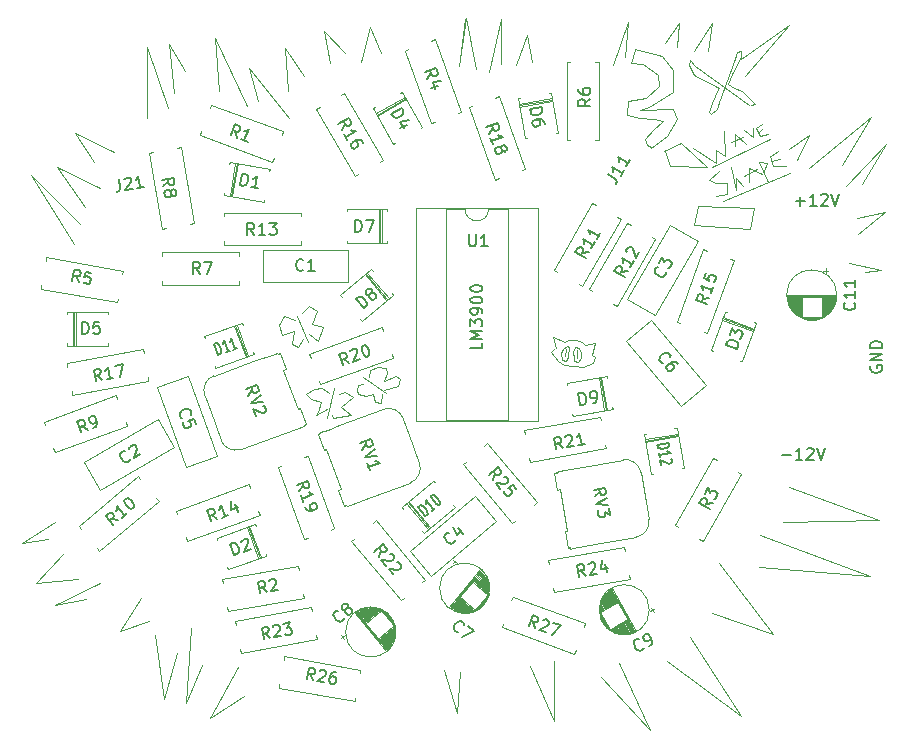
<source format=gbr>
G04 #@! TF.GenerationSoftware,KiCad,Pcbnew,(5.1.2-1)-1*
G04 #@! TF.CreationDate,2021-05-12T23:45:50-04:00*
G04 #@! TF.ProjectId,Triple Waveshaper - CGS,54726970-6c65-4205-9761-766573686170,rev?*
G04 #@! TF.SameCoordinates,Original*
G04 #@! TF.FileFunction,Legend,Top*
G04 #@! TF.FilePolarity,Positive*
%FSLAX46Y46*%
G04 Gerber Fmt 4.6, Leading zero omitted, Abs format (unit mm)*
G04 Created by KiCad (PCBNEW (5.1.2-1)-1) date 2021-05-12 23:45:50*
%MOMM*%
%LPD*%
G04 APERTURE LIST*
%ADD10C,0.150000*%
%ADD11C,0.120000*%
G04 APERTURE END LIST*
D10*
X51938180Y-39809466D02*
X51938180Y-40285657D01*
X50938180Y-40285657D01*
X51938180Y-39476133D02*
X50938180Y-39476133D01*
X51652466Y-39142800D01*
X50938180Y-38809466D01*
X51938180Y-38809466D01*
X50938180Y-38428514D02*
X50938180Y-37809466D01*
X51319133Y-38142800D01*
X51319133Y-37999942D01*
X51366752Y-37904704D01*
X51414371Y-37857085D01*
X51509609Y-37809466D01*
X51747704Y-37809466D01*
X51842942Y-37857085D01*
X51890561Y-37904704D01*
X51938180Y-37999942D01*
X51938180Y-38285657D01*
X51890561Y-38380895D01*
X51842942Y-38428514D01*
X51938180Y-37333276D02*
X51938180Y-37142800D01*
X51890561Y-37047561D01*
X51842942Y-36999942D01*
X51700085Y-36904704D01*
X51509609Y-36857085D01*
X51128657Y-36857085D01*
X51033419Y-36904704D01*
X50985800Y-36952323D01*
X50938180Y-37047561D01*
X50938180Y-37238038D01*
X50985800Y-37333276D01*
X51033419Y-37380895D01*
X51128657Y-37428514D01*
X51366752Y-37428514D01*
X51461990Y-37380895D01*
X51509609Y-37333276D01*
X51557228Y-37238038D01*
X51557228Y-37047561D01*
X51509609Y-36952323D01*
X51461990Y-36904704D01*
X51366752Y-36857085D01*
X50938180Y-36238038D02*
X50938180Y-36142800D01*
X50985800Y-36047561D01*
X51033419Y-35999942D01*
X51128657Y-35952323D01*
X51319133Y-35904704D01*
X51557228Y-35904704D01*
X51747704Y-35952323D01*
X51842942Y-35999942D01*
X51890561Y-36047561D01*
X51938180Y-36142800D01*
X51938180Y-36238038D01*
X51890561Y-36333276D01*
X51842942Y-36380895D01*
X51747704Y-36428514D01*
X51557228Y-36476133D01*
X51319133Y-36476133D01*
X51128657Y-36428514D01*
X51033419Y-36380895D01*
X50985800Y-36333276D01*
X50938180Y-36238038D01*
X50938180Y-35285657D02*
X50938180Y-35190419D01*
X50985800Y-35095180D01*
X51033419Y-35047561D01*
X51128657Y-34999942D01*
X51319133Y-34952323D01*
X51557228Y-34952323D01*
X51747704Y-34999942D01*
X51842942Y-35047561D01*
X51890561Y-35095180D01*
X51938180Y-35190419D01*
X51938180Y-35285657D01*
X51890561Y-35380895D01*
X51842942Y-35428514D01*
X51747704Y-35476133D01*
X51557228Y-35523752D01*
X51319133Y-35523752D01*
X51128657Y-35476133D01*
X51033419Y-35428514D01*
X50985800Y-35380895D01*
X50938180Y-35285657D01*
D11*
X68732400Y-22936200D02*
X67335400Y-23596600D01*
X70993000Y-24968200D02*
X68732400Y-22936200D01*
X67818000Y-24841200D02*
X70993000Y-24968200D01*
X67386200Y-23596600D02*
X67818000Y-24841200D01*
X74955400Y-28422600D02*
X70180200Y-28219400D01*
X74625200Y-30149800D02*
X74955400Y-28422600D01*
X69850000Y-29819600D02*
X74625200Y-30149800D01*
X70205600Y-28244800D02*
X69850000Y-29819600D01*
X72339200Y-27787600D02*
X78003400Y-25425400D01*
X71399400Y-24917400D02*
X76327000Y-22529800D01*
X73482200Y-15189200D02*
X73304400Y-15697200D01*
X73888600Y-15138400D02*
X73482200Y-15189200D01*
X73863200Y-15595600D02*
X73888600Y-15138400D01*
X73101200Y-17043400D02*
X73863200Y-15595600D01*
X72720200Y-17907000D02*
X73101200Y-17043400D01*
X73279000Y-18288000D02*
X72720200Y-17907000D01*
X73939400Y-18516600D02*
X73279000Y-18288000D01*
X75006200Y-19583400D02*
X73939400Y-18516600D01*
X74676000Y-19685000D02*
X75006200Y-19583400D01*
X71856600Y-19989800D02*
X71983600Y-19481800D01*
X71297800Y-20472400D02*
X71856600Y-19989800D01*
X71120000Y-20269200D02*
X71297800Y-20472400D01*
X71374000Y-19532600D02*
X71120000Y-20269200D01*
X71932800Y-18313400D02*
X71374000Y-19532600D01*
X69519800Y-15875000D02*
X69926200Y-16383000D01*
X69443600Y-16306800D02*
X69519800Y-15875000D01*
X69875400Y-17170400D02*
X69443600Y-16306800D01*
X71958200Y-18262600D02*
X69875400Y-17170400D01*
X65887600Y-23114000D02*
X66243200Y-23266400D01*
X65735200Y-22529800D02*
X65887600Y-23114000D01*
X66395600Y-21818600D02*
X65735200Y-22529800D01*
X67233800Y-21031200D02*
X66395600Y-21818600D01*
X66446400Y-20853400D02*
X67233800Y-21031200D01*
X65278000Y-20777200D02*
X66446400Y-20853400D01*
X64185800Y-20574000D02*
X65278000Y-20777200D01*
X64287400Y-19354800D02*
X64185800Y-20574000D01*
X65811400Y-19100800D02*
X64287400Y-19354800D01*
X66903600Y-18084800D02*
X65811400Y-19100800D01*
X66852800Y-17145000D02*
X66903600Y-18084800D01*
X65582800Y-16179800D02*
X66852800Y-17145000D01*
X64566800Y-16103600D02*
X65582800Y-16179800D01*
X64897000Y-15011400D02*
X64566800Y-16103600D01*
X37846000Y-45974000D02*
X38760400Y-45466000D01*
X38049200Y-45720000D02*
X37846000Y-45974000D01*
X38328600Y-44831000D02*
X38049200Y-45720000D01*
X37465000Y-44577000D02*
X38328600Y-44831000D01*
X37058600Y-44119800D02*
X37465000Y-44577000D01*
X37693600Y-43738800D02*
X37058600Y-44119800D01*
X38379400Y-43688000D02*
X37693600Y-43738800D01*
X38989000Y-44094400D02*
X38379400Y-43688000D01*
X39268400Y-46151800D02*
X39243000Y-45923200D01*
X40868600Y-45923200D02*
X39268400Y-46151800D01*
X39954200Y-45262800D02*
X40868600Y-45923200D01*
X40995600Y-44424600D02*
X39954200Y-45262800D01*
X40309800Y-43992800D02*
X40995600Y-44424600D01*
X39827200Y-44119800D02*
X40309800Y-43992800D01*
X43332400Y-44881800D02*
X43484800Y-44170600D01*
X42849800Y-44856400D02*
X43332400Y-44881800D01*
X42697400Y-44119800D02*
X42849800Y-44856400D01*
X42138600Y-44348400D02*
X42697400Y-44119800D01*
X41427400Y-44119800D02*
X42138600Y-44348400D01*
X41300400Y-43789600D02*
X41427400Y-44119800D01*
X41452800Y-43357800D02*
X41300400Y-43789600D01*
X41808400Y-43281600D02*
X41452800Y-43357800D01*
X44805600Y-43510200D02*
X43611800Y-43840400D01*
X44958000Y-42926000D02*
X44805600Y-43510200D01*
X44627800Y-42672000D02*
X44958000Y-42926000D01*
X43586400Y-43053000D02*
X44627800Y-42672000D01*
X43891200Y-42367200D02*
X43586400Y-43053000D01*
X43789600Y-41960800D02*
X43891200Y-42367200D01*
X43078400Y-41910000D02*
X43789600Y-41960800D01*
X42418000Y-42138600D02*
X43078400Y-41910000D01*
X42367200Y-42697400D02*
X42418000Y-42138600D01*
X41808400Y-42697400D02*
X43815000Y-44094400D01*
X38811200Y-46202600D02*
X39370000Y-43688000D01*
X36347400Y-40157400D02*
X36804600Y-39522400D01*
X35839400Y-39903400D02*
X36347400Y-40157400D01*
X36042600Y-38836600D02*
X35839400Y-39903400D01*
X34950400Y-39166800D02*
X36042600Y-38836600D01*
X34747200Y-38277800D02*
X34950400Y-39166800D01*
X35179000Y-37541200D02*
X34747200Y-38277800D01*
X36093400Y-37922200D02*
X35179000Y-37541200D01*
X38074600Y-39674800D02*
X37287200Y-39116000D01*
X38430200Y-38455600D02*
X38074600Y-39674800D01*
X37566600Y-38201600D02*
X38430200Y-38455600D01*
X37973000Y-37109400D02*
X37566600Y-38201600D01*
X37287200Y-36703000D02*
X37973000Y-37109400D01*
X36703000Y-37261800D02*
X37287200Y-36703000D01*
X37211000Y-39776400D02*
X36296600Y-37515800D01*
X59994800Y-40411400D02*
X59969400Y-41071800D01*
X59055000Y-40335200D02*
X58928000Y-40919400D01*
X60096400Y-40284400D02*
X59817000Y-40182800D01*
X60325000Y-40716200D02*
X60096400Y-40284400D01*
X60299600Y-41122600D02*
X60325000Y-40716200D01*
X60020200Y-41478200D02*
X60299600Y-41122600D01*
X59740800Y-41402000D02*
X60020200Y-41478200D01*
X59715400Y-41097200D02*
X59740800Y-41402000D01*
X59664600Y-40614600D02*
X59715400Y-41097200D01*
X59817000Y-40157400D02*
X59664600Y-40614600D01*
X59258200Y-40208200D02*
X59131200Y-40081200D01*
X59232800Y-41046400D02*
X59258200Y-40208200D01*
X59055000Y-41351200D02*
X59232800Y-41046400D01*
X58674000Y-41275000D02*
X59055000Y-41351200D01*
X58648600Y-40690800D02*
X58674000Y-41275000D01*
X58801000Y-40309800D02*
X58648600Y-40690800D01*
X59105800Y-40081200D02*
X58801000Y-40309800D01*
X57759600Y-40614600D02*
X58115200Y-40284400D01*
X58318400Y-41325800D02*
X57759600Y-40614600D01*
X58902600Y-41681400D02*
X58318400Y-41325800D01*
X60452000Y-41910000D02*
X58902600Y-41681400D01*
X61341000Y-41554400D02*
X60452000Y-41910000D01*
X61493400Y-41021000D02*
X61341000Y-41554400D01*
X61214000Y-40843200D02*
X61493400Y-41021000D01*
X61518800Y-39801800D02*
X61214000Y-40843200D01*
X60629800Y-40005000D02*
X61518800Y-39801800D01*
X60350400Y-39725600D02*
X60629800Y-40005000D01*
X59842400Y-39598600D02*
X60350400Y-39725600D01*
X59486800Y-39573200D02*
X59842400Y-39598600D01*
X59232800Y-39598600D02*
X59486800Y-39573200D01*
X58953400Y-39776400D02*
X59232800Y-39598600D01*
X57962800Y-39370000D02*
X58953400Y-39776400D01*
X58191400Y-40284400D02*
X57962800Y-39370000D01*
X64312800Y-12674600D02*
X63042800Y-16306800D01*
X64008000Y-15595600D02*
X64312800Y-12674600D01*
X68605400Y-12725400D02*
X67386200Y-14478000D01*
X68453000Y-14782800D02*
X68605400Y-12725400D01*
X71424800Y-12776200D02*
X69900800Y-15138400D01*
X71018400Y-15087600D02*
X71424800Y-12776200D01*
X77876400Y-12877800D02*
X73837800Y-15798800D01*
X74193400Y-17221200D02*
X77876400Y-12877800D01*
X79629000Y-22199600D02*
X77952600Y-23393400D01*
X78587600Y-24358600D02*
X79629000Y-22199600D01*
X84861400Y-20701000D02*
X79578200Y-24993600D01*
X82372200Y-24765000D02*
X84861400Y-20701000D01*
X86156800Y-22987000D02*
X82727800Y-26517600D01*
X84124800Y-26365200D02*
X86156800Y-22987000D01*
X86029800Y-28778200D02*
X83693000Y-29235400D01*
X83769200Y-30607000D02*
X86029800Y-28778200D01*
X85699600Y-33629600D02*
X83032600Y-33096200D01*
X84353400Y-33832800D02*
X85699600Y-33629600D01*
X55753000Y-13792200D02*
X56134000Y-16027400D01*
X54762400Y-16332200D02*
X55753000Y-13792200D01*
X53517800Y-12369800D02*
X53492400Y-16179800D01*
X52501800Y-16865600D02*
X53517800Y-12369800D01*
X50546000Y-12344400D02*
X51384200Y-16611600D01*
X49961800Y-16383000D02*
X50546000Y-12344400D01*
X50520600Y-12369800D02*
X49961800Y-16383000D01*
X42468800Y-13055600D02*
X43383200Y-15265400D01*
X41706800Y-16078200D02*
X42468800Y-13055600D01*
X38506400Y-13436600D02*
X40284400Y-15265400D01*
X39039800Y-16129000D02*
X38506400Y-13436600D01*
X35255200Y-14884400D02*
X36880800Y-17272000D01*
X35483800Y-18465800D02*
X35255200Y-14884400D01*
X32181800Y-16560800D02*
X35585400Y-20828000D01*
X32943800Y-19380200D02*
X32181800Y-16560800D01*
X29311600Y-14020800D02*
X32029400Y-19812000D01*
X29641800Y-18465800D02*
X29311600Y-14020800D01*
X25425400Y-14554200D02*
X26771600Y-16789400D01*
X25806400Y-18669000D02*
X25425400Y-14554200D01*
X23571200Y-14782800D02*
X25298400Y-19964400D01*
X23520400Y-20828000D02*
X23571200Y-14782800D01*
X17500600Y-22098000D02*
X20726400Y-23672800D01*
X19075400Y-24485600D02*
X17500600Y-22098000D01*
X15976600Y-24968200D02*
X19608800Y-26746200D01*
X18338800Y-28346400D02*
X15976600Y-24968200D01*
X13716000Y-25654000D02*
X17881600Y-29743400D01*
X17373600Y-31470600D02*
X13716000Y-25654000D01*
X13004800Y-56769000D02*
X15214600Y-56464200D01*
X15798800Y-55016400D02*
X13004800Y-56769000D01*
X14147800Y-60172600D02*
X17703800Y-59817000D01*
X16484600Y-57683400D02*
X14147800Y-60172600D01*
X15798800Y-62001400D02*
X18389600Y-61544200D01*
X19608800Y-60172600D02*
X15798800Y-62001400D01*
X24993600Y-69977000D02*
X26136600Y-66116200D01*
X24231600Y-64592200D02*
X24993600Y-69977000D01*
X21285200Y-64211200D02*
X23698200Y-63373000D01*
X23088600Y-61468000D02*
X21285200Y-64211200D01*
X26822400Y-70281800D02*
X28194000Y-67106800D01*
X27279600Y-63982600D02*
X26822400Y-70281800D01*
X28879800Y-71577200D02*
X31750000Y-69748400D01*
X31292800Y-67233800D02*
X28879800Y-71577200D01*
X49784000Y-71170800D02*
X50038000Y-67716400D01*
X48717200Y-67538600D02*
X49784000Y-71170800D01*
X58039000Y-71882000D02*
X58039000Y-66776600D01*
X55956200Y-67157600D02*
X58039000Y-71882000D01*
X85572600Y-54864000D02*
X77952600Y-52044600D01*
X77393800Y-54991000D02*
X85572600Y-54864000D01*
X84759800Y-59588400D02*
X75438000Y-56057800D01*
X75361800Y-58826400D02*
X84759800Y-59588400D01*
X76555600Y-64439800D02*
X71958200Y-58470800D01*
X71399400Y-62687200D02*
X76555600Y-64439800D01*
X73863200Y-71424800D02*
X69519800Y-64693800D01*
X67614800Y-66776600D02*
X73863200Y-71424800D01*
X66116200Y-72644000D02*
X63525400Y-66954400D01*
X62026800Y-68097400D02*
X66116200Y-72644000D01*
D10*
X84844000Y-41782904D02*
X84796380Y-41878142D01*
X84796380Y-42021000D01*
X84844000Y-42163857D01*
X84939238Y-42259095D01*
X85034476Y-42306714D01*
X85224952Y-42354333D01*
X85367809Y-42354333D01*
X85558285Y-42306714D01*
X85653523Y-42259095D01*
X85748761Y-42163857D01*
X85796380Y-42021000D01*
X85796380Y-41925761D01*
X85748761Y-41782904D01*
X85701142Y-41735285D01*
X85367809Y-41735285D01*
X85367809Y-41925761D01*
X85796380Y-41306714D02*
X84796380Y-41306714D01*
X85796380Y-40735285D01*
X84796380Y-40735285D01*
X85796380Y-40259095D02*
X84796380Y-40259095D01*
X84796380Y-40021000D01*
X84844000Y-39878142D01*
X84939238Y-39782904D01*
X85034476Y-39735285D01*
X85224952Y-39687666D01*
X85367809Y-39687666D01*
X85558285Y-39735285D01*
X85653523Y-39782904D01*
X85748761Y-39878142D01*
X85796380Y-40021000D01*
X85796380Y-40259095D01*
X77282895Y-49347428D02*
X78044800Y-49347428D01*
X79044800Y-49728380D02*
X78473371Y-49728380D01*
X78759085Y-49728380D02*
X78759085Y-48728380D01*
X78663847Y-48871238D01*
X78568609Y-48966476D01*
X78473371Y-49014095D01*
X79425752Y-48823619D02*
X79473371Y-48776000D01*
X79568609Y-48728380D01*
X79806704Y-48728380D01*
X79901942Y-48776000D01*
X79949561Y-48823619D01*
X79997180Y-48918857D01*
X79997180Y-49014095D01*
X79949561Y-49156952D01*
X79378133Y-49728380D01*
X79997180Y-49728380D01*
X80282895Y-48728380D02*
X80616228Y-49728380D01*
X80949561Y-48728380D01*
X78502095Y-27833628D02*
X79264000Y-27833628D01*
X78883047Y-28214580D02*
X78883047Y-27452676D01*
X80264000Y-28214580D02*
X79692571Y-28214580D01*
X79978285Y-28214580D02*
X79978285Y-27214580D01*
X79883047Y-27357438D01*
X79787809Y-27452676D01*
X79692571Y-27500295D01*
X80644952Y-27309819D02*
X80692571Y-27262200D01*
X80787809Y-27214580D01*
X81025904Y-27214580D01*
X81121142Y-27262200D01*
X81168761Y-27309819D01*
X81216380Y-27405057D01*
X81216380Y-27500295D01*
X81168761Y-27643152D01*
X80597333Y-28214580D01*
X81216380Y-28214580D01*
X81502095Y-27214580D02*
X81835428Y-28214580D01*
X82168761Y-27214580D01*
D11*
X76428600Y-24028400D02*
X77012800Y-23622000D01*
X76428600Y-24460200D02*
X77114400Y-24257000D01*
X76555600Y-24815800D02*
X77647800Y-24815800D01*
X76327000Y-23977600D02*
X76555600Y-24815800D01*
X76022200Y-24561800D02*
X75819000Y-25247600D01*
X75438000Y-24511000D02*
X76022200Y-24561800D01*
X75336400Y-24511000D02*
X76123800Y-26187400D01*
X74066400Y-25679400D02*
X75184000Y-25095200D01*
X74498200Y-24993600D02*
X75590400Y-25501600D01*
X74549000Y-26187400D02*
X74498200Y-24993600D01*
X73431400Y-25831800D02*
X74015600Y-26517600D01*
X73431400Y-26873200D02*
X73431400Y-25831800D01*
X72974200Y-24942800D02*
X73431400Y-26873200D01*
X72644000Y-27203400D02*
X71755000Y-27355800D01*
X72644000Y-26289000D02*
X72644000Y-27203400D01*
X71704200Y-26289000D02*
X72644000Y-26289000D01*
X71120000Y-26035000D02*
X71704200Y-26289000D01*
X72009000Y-25298400D02*
X71120000Y-26035000D01*
X75387200Y-21996400D02*
X75742800Y-21666200D01*
X75488800Y-22352000D02*
X76123800Y-22148800D01*
X75082400Y-21666200D02*
X75488800Y-22352000D01*
X75641200Y-21259800D02*
X75082400Y-21666200D01*
X74853800Y-22402800D02*
X74853800Y-21615400D01*
X74066400Y-21818600D02*
X74853800Y-22402800D01*
X73025000Y-22834600D02*
X74015600Y-22402800D01*
X73380600Y-22148800D02*
X74269600Y-22987000D01*
X73380600Y-23190200D02*
X73380600Y-22148800D01*
X72491600Y-23977600D02*
X72390000Y-21920200D01*
X71704200Y-23520400D02*
X72491600Y-23977600D01*
X71704200Y-24561800D02*
X71704200Y-23520400D01*
X69799200Y-23342600D02*
X71704200Y-24561800D01*
X71907400Y-19659600D02*
X73431400Y-15570200D01*
X69977000Y-16357600D02*
X74549000Y-19659600D01*
X67589400Y-22301200D02*
X66217800Y-23291800D01*
X68427600Y-20878800D02*
X67589400Y-22301200D01*
X68122800Y-19989800D02*
X68427600Y-20878800D01*
X65278000Y-20091400D02*
X68122800Y-19989800D01*
X66065400Y-19837400D02*
X65278000Y-20091400D01*
X68072000Y-18567400D02*
X66065400Y-19837400D01*
X68072000Y-16764000D02*
X68072000Y-18567400D01*
X67132200Y-15570200D02*
X68072000Y-16764000D01*
X64871600Y-14935200D02*
X67132200Y-15570200D01*
X40587800Y-31929400D02*
X40587800Y-34669400D01*
X33347800Y-31929400D02*
X33347800Y-34669400D01*
X33347800Y-34669400D02*
X40587800Y-34669400D01*
X33347800Y-31929400D02*
X40587800Y-31929400D01*
X18197541Y-49875627D02*
X24467564Y-46255627D01*
X19567541Y-52248537D02*
X25837564Y-48628537D01*
X18197541Y-49875627D02*
X19567541Y-52248537D01*
X24467564Y-46255627D02*
X25837564Y-48628537D01*
X64217345Y-36098948D02*
X67837345Y-29828925D01*
X66590255Y-37468948D02*
X70210255Y-31198925D01*
X64217345Y-36098948D02*
X66590255Y-37468948D01*
X67837345Y-29828925D02*
X70210255Y-31198925D01*
X45812593Y-57482493D02*
X51358755Y-52828711D01*
X47573831Y-59581455D02*
X53119993Y-54927673D01*
X45812593Y-57482493D02*
X47573831Y-59581455D01*
X51358755Y-52828711D02*
X53119993Y-54927673D01*
X29466342Y-49402151D02*
X26891584Y-50339286D01*
X26990116Y-42598777D02*
X24415359Y-43535912D01*
X24415359Y-43535912D02*
X26891584Y-50339286D01*
X26990116Y-42598777D02*
X29466342Y-49402151D01*
X66191759Y-37885411D02*
X70845541Y-43431573D01*
X64092797Y-39646649D02*
X68746579Y-45192811D01*
X66191759Y-37885411D02*
X64092797Y-39646649D01*
X70845541Y-43431573D02*
X68746579Y-45192811D01*
X49761899Y-58197642D02*
X49504784Y-58504060D01*
X49480132Y-58222294D02*
X49786550Y-58479409D01*
X52282739Y-61650921D02*
X51807077Y-62217794D01*
X52359443Y-61497280D02*
X51669089Y-62320012D01*
X52410435Y-61374281D02*
X51556813Y-62391588D01*
X52446643Y-61268901D02*
X51459322Y-62445545D01*
X52474495Y-61173479D02*
X51370186Y-62489544D01*
X52495919Y-61085718D02*
X51287479Y-62525882D01*
X52512201Y-61004086D02*
X51209913Y-62556092D01*
X51290474Y-62397854D02*
X51136205Y-62581705D01*
X52524626Y-60927049D02*
X52370357Y-61110900D01*
X51259832Y-62372143D02*
X51065710Y-62603488D01*
X52533837Y-60853843D02*
X52339715Y-61085188D01*
X51229190Y-62346431D02*
X50997787Y-62622207D01*
X52540477Y-60783701D02*
X52309074Y-61059477D01*
X51198549Y-62320720D02*
X50932434Y-62637862D01*
X52544546Y-60716623D02*
X52278432Y-61033765D01*
X51167907Y-62295008D02*
X50869653Y-62650453D01*
X52546043Y-60652609D02*
X52247790Y-61008054D01*
X51137265Y-62269297D02*
X50808801Y-62660746D01*
X52545613Y-60590894D02*
X52217148Y-60982342D01*
X51106623Y-62243585D02*
X50749233Y-62669506D01*
X52543896Y-60530710D02*
X52186506Y-60956631D01*
X51075981Y-62217874D02*
X50691594Y-62675968D01*
X52540252Y-60472825D02*
X52155865Y-60930919D01*
X51045340Y-62192162D02*
X50635241Y-62680899D01*
X52535321Y-60416471D02*
X52125223Y-60905208D01*
X51014698Y-62166451D02*
X50580173Y-62684297D01*
X52529106Y-60361650D02*
X52094581Y-60879496D01*
X50984056Y-62140739D02*
X50526391Y-62686163D01*
X52521604Y-60308361D02*
X52063939Y-60853785D01*
X50953414Y-62115028D02*
X50473252Y-62687263D01*
X52513460Y-60255838D02*
X52033298Y-60828073D01*
X50922773Y-62089316D02*
X50422041Y-62686065D01*
X52503387Y-60205613D02*
X52002656Y-60802362D01*
X50892131Y-62063605D02*
X50371473Y-62684101D01*
X52492672Y-60156154D02*
X51972014Y-60776650D01*
X50861489Y-62037893D02*
X50321547Y-62681371D01*
X52481314Y-60107461D02*
X51941372Y-60750939D01*
X50830847Y-62012182D02*
X50272908Y-62677108D01*
X52468670Y-60060301D02*
X51910730Y-60725227D01*
X50800205Y-61986470D02*
X50224911Y-62672080D01*
X52455384Y-60013906D02*
X51880089Y-60699516D01*
X50769564Y-61960759D02*
X50178199Y-62665520D01*
X52440811Y-59969043D02*
X51849447Y-60673804D01*
X50738922Y-61935047D02*
X50131488Y-62658959D01*
X52426239Y-59924181D02*
X51818805Y-60648093D01*
X50708280Y-61909336D02*
X50086062Y-62650867D01*
X52410382Y-59880850D02*
X51788163Y-60622381D01*
X50677638Y-61883624D02*
X50041279Y-62642008D01*
X52393881Y-59838286D02*
X51757522Y-60596670D01*
X50646997Y-61857913D02*
X49997138Y-62632384D01*
X52376738Y-59796487D02*
X51726880Y-60570958D01*
X50616355Y-61832201D02*
X49954284Y-62621227D01*
X52358309Y-59756221D02*
X51696238Y-60545247D01*
X50585713Y-61806490D02*
X49911429Y-62610070D01*
X52339880Y-59715955D02*
X51665596Y-60519535D01*
X50555071Y-61780778D02*
X49869217Y-62598148D01*
X52320809Y-59676454D02*
X51634954Y-60493824D01*
X50524429Y-61755067D02*
X49827648Y-62585459D01*
X52301094Y-59637720D02*
X51604313Y-60468112D01*
X50493788Y-61729355D02*
X49786721Y-62572004D01*
X52280737Y-59599752D02*
X51573671Y-60442401D01*
X50463146Y-61703644D02*
X49747080Y-62557017D01*
X52259094Y-59563316D02*
X51543029Y-60416689D01*
X50431738Y-61677290D02*
X49706674Y-62541388D01*
X52236686Y-59526237D02*
X51511621Y-60390335D01*
X50401096Y-61651578D02*
X49667033Y-62526401D01*
X52215043Y-59489801D02*
X51480979Y-60364623D01*
X50370455Y-61625867D02*
X49628678Y-62509882D01*
X52192115Y-59454897D02*
X51450338Y-60338912D01*
X50339813Y-61600155D02*
X49590965Y-62492597D01*
X52168543Y-59420759D02*
X51419696Y-60313200D01*
X50309171Y-61574443D02*
X49553253Y-62475312D01*
X52144972Y-59386621D02*
X51389054Y-60287489D01*
X50278529Y-61548732D02*
X49516826Y-62456495D01*
X52120116Y-59354015D02*
X51358412Y-60261777D01*
X50247887Y-61523020D02*
X49480399Y-62437678D01*
X52095259Y-59321409D02*
X51327771Y-60236066D01*
X50217246Y-61497309D02*
X49444615Y-62418094D01*
X52069760Y-59289569D02*
X51297129Y-60210354D01*
X50186604Y-61471597D02*
X49408831Y-62398511D01*
X52044260Y-59257729D02*
X51266487Y-60184643D01*
X50155962Y-61445886D02*
X49374332Y-62377396D01*
X52017475Y-59227421D02*
X51235845Y-60158931D01*
X50125320Y-61420174D02*
X49339834Y-62356281D01*
X51990690Y-59197113D02*
X51205203Y-60133220D01*
X50094679Y-61394463D02*
X49305978Y-62334399D01*
X51963262Y-59167572D02*
X51174562Y-60107508D01*
X50064037Y-61368751D02*
X49272765Y-62311752D01*
X51935191Y-59138796D02*
X51143920Y-60081797D01*
X51906478Y-59110786D02*
X49240195Y-62288339D01*
X51877765Y-59082777D02*
X49207625Y-62264925D01*
X51848408Y-59055533D02*
X49175698Y-62240746D01*
X51818409Y-59029056D02*
X49144413Y-62215801D01*
X51787768Y-59003344D02*
X49113771Y-62190089D01*
X52570769Y-60596717D02*
G75*
G03X52570769Y-60596717I-2120000J0D01*
G01*
X44618244Y-64305012D02*
G75*
G03X44618244Y-64305012I-2120000J0D01*
G01*
X41161246Y-62711640D02*
X43835243Y-65898385D01*
X41191888Y-62685928D02*
X43865884Y-65872673D01*
X41223173Y-62660983D02*
X43895883Y-65846196D01*
X41255100Y-62636804D02*
X43925240Y-65818952D01*
X41287670Y-62613390D02*
X43953953Y-65790943D01*
X41320240Y-62589977D02*
X42111512Y-63532978D01*
X43191395Y-64819932D02*
X43982666Y-65762933D01*
X41353453Y-62567330D02*
X42142154Y-63507266D01*
X43222037Y-64794221D02*
X44010737Y-65734157D01*
X41387309Y-62545448D02*
X42172795Y-63481555D01*
X43252678Y-64768509D02*
X44038165Y-65704616D01*
X41421807Y-62524333D02*
X42203437Y-63455843D01*
X43283320Y-64742798D02*
X44064950Y-65674308D01*
X41456306Y-62503218D02*
X42234079Y-63430132D01*
X43313962Y-64717086D02*
X44091735Y-65644000D01*
X41492090Y-62483635D02*
X42264721Y-63404420D01*
X43344604Y-64691375D02*
X44117235Y-65612160D01*
X41527874Y-62464051D02*
X42295362Y-63378709D01*
X43375246Y-64665663D02*
X44142734Y-65580320D01*
X41564301Y-62445234D02*
X42326004Y-63352997D01*
X43405887Y-64639952D02*
X44167591Y-65547714D01*
X41600728Y-62426417D02*
X42356646Y-63327286D01*
X43436529Y-64614240D02*
X44192447Y-65515108D01*
X41638440Y-62409132D02*
X42387288Y-63301574D01*
X43467171Y-64588529D02*
X44216018Y-65480970D01*
X41676153Y-62391847D02*
X42417930Y-63275862D01*
X43497813Y-64562817D02*
X44239590Y-65446832D01*
X41714508Y-62375328D02*
X42448571Y-63250151D01*
X43528454Y-64537106D02*
X44262518Y-65411928D01*
X41754149Y-62360341D02*
X42479213Y-63224439D01*
X43559096Y-64511394D02*
X44284161Y-65375492D01*
X41794555Y-62344712D02*
X42510621Y-63198085D01*
X43590504Y-64485040D02*
X44306569Y-65338413D01*
X41834196Y-62329725D02*
X42541263Y-63172374D01*
X43621146Y-64459328D02*
X44328212Y-65301977D01*
X41875123Y-62316270D02*
X42571904Y-63146662D01*
X43651788Y-64433617D02*
X44348569Y-65264009D01*
X41916692Y-62303581D02*
X42602546Y-63120951D01*
X43682429Y-64407905D02*
X44368284Y-65225275D01*
X41958904Y-62291659D02*
X42633188Y-63095239D01*
X43713071Y-64382194D02*
X44387355Y-65185774D01*
X42001759Y-62280502D02*
X42663830Y-63069528D01*
X43743713Y-64356482D02*
X44405784Y-65145508D01*
X42044613Y-62269345D02*
X42694472Y-63043816D01*
X43774355Y-64330771D02*
X44424213Y-65105242D01*
X42088754Y-62259721D02*
X42725113Y-63018105D01*
X43804997Y-64305059D02*
X44441356Y-65063443D01*
X42133537Y-62250862D02*
X42755755Y-62992393D01*
X43835638Y-64279348D02*
X44457857Y-65020879D01*
X42178963Y-62242770D02*
X42786397Y-62966682D01*
X43866280Y-64253636D02*
X44473714Y-64977548D01*
X42225674Y-62236209D02*
X42817039Y-62940970D01*
X43896922Y-64227925D02*
X44488286Y-64932686D01*
X42272386Y-62229649D02*
X42847680Y-62915259D01*
X43927564Y-64202213D02*
X44502859Y-64887823D01*
X42320383Y-62224621D02*
X42878322Y-62889547D01*
X43958205Y-64176502D02*
X44516145Y-64841428D01*
X42369022Y-62220358D02*
X42908964Y-62863836D01*
X43988847Y-64150790D02*
X44528789Y-64794268D01*
X42418948Y-62217628D02*
X42939606Y-62838124D01*
X44019489Y-64125079D02*
X44540147Y-64745575D01*
X42469516Y-62215664D02*
X42970248Y-62812413D01*
X44050131Y-64099367D02*
X44550862Y-64696116D01*
X42520727Y-62214466D02*
X43000889Y-62786701D01*
X44080773Y-64073656D02*
X44560935Y-64645891D01*
X42573866Y-62215566D02*
X43031531Y-62760990D01*
X44111414Y-64047944D02*
X44569079Y-64593368D01*
X42627648Y-62217432D02*
X43062173Y-62735278D01*
X44142056Y-64022233D02*
X44576581Y-64540079D01*
X42682716Y-62220830D02*
X43092815Y-62709567D01*
X44172698Y-63996521D02*
X44582796Y-64485258D01*
X42739069Y-62225761D02*
X43123456Y-62683855D01*
X44203340Y-63970810D02*
X44587727Y-64428904D01*
X42796708Y-62232223D02*
X43154098Y-62658144D01*
X44233981Y-63945098D02*
X44591371Y-64371019D01*
X42856276Y-62240983D02*
X43184740Y-62632432D01*
X44264623Y-63919387D02*
X44593088Y-64310835D01*
X42917128Y-62251276D02*
X43215382Y-62606721D01*
X44295265Y-63893675D02*
X44593518Y-64249120D01*
X42979909Y-62263867D02*
X43246024Y-62581009D01*
X44325907Y-63867964D02*
X44592021Y-64185106D01*
X43045262Y-62279522D02*
X43276665Y-62555298D01*
X44356549Y-63842252D02*
X44587952Y-64118028D01*
X43113185Y-62298241D02*
X43307307Y-62529586D01*
X44387190Y-63816541D02*
X44581312Y-64047886D01*
X43183680Y-62320024D02*
X43337949Y-62503875D01*
X44417832Y-63790829D02*
X44572101Y-63974680D01*
X43257388Y-62345637D02*
X44559676Y-63897643D01*
X43334954Y-62375847D02*
X44543394Y-63816011D01*
X43417661Y-62412185D02*
X44521970Y-63728250D01*
X43506797Y-62456184D02*
X44494118Y-63632828D01*
X43604288Y-62510141D02*
X44457910Y-63527448D01*
X43716564Y-62581717D02*
X44406918Y-63404449D01*
X43854552Y-62683935D02*
X44330214Y-63250808D01*
X39991345Y-64848589D02*
X40297763Y-64591474D01*
X40015996Y-64566823D02*
X40273111Y-64873241D01*
X66074775Y-62425200D02*
G75*
G03X66074775Y-62425200I-2120000J0D01*
G01*
X64994775Y-64226533D02*
X62914775Y-60623867D01*
X64960134Y-64246533D02*
X62880134Y-60643867D01*
X64924993Y-64265667D02*
X62845993Y-60664733D01*
X64889352Y-64283935D02*
X62812352Y-60686465D01*
X64853211Y-64301337D02*
X62779211Y-60709063D01*
X64817070Y-64318739D02*
X64201570Y-63252661D01*
X63361570Y-61797739D02*
X62746070Y-60731661D01*
X64780428Y-64335275D02*
X64166928Y-63272661D01*
X63326928Y-61817739D02*
X62713428Y-60755125D01*
X64743287Y-64350944D02*
X64132287Y-63292661D01*
X63292287Y-61837739D02*
X62681287Y-60779456D01*
X64705646Y-64365748D02*
X64097646Y-63312661D01*
X63257646Y-61857739D02*
X62649646Y-60804652D01*
X64668005Y-64380552D02*
X64063005Y-63332661D01*
X63223005Y-61877739D02*
X62618005Y-60829848D01*
X64629364Y-64393624D02*
X64028364Y-63352661D01*
X63188364Y-61897739D02*
X62587364Y-60856776D01*
X64590723Y-64406696D02*
X63993723Y-63372661D01*
X63153723Y-61917739D02*
X62556723Y-60883704D01*
X64551582Y-64418901D02*
X63959082Y-63392661D01*
X63119082Y-61937739D02*
X62526582Y-60911499D01*
X64512441Y-64431107D02*
X63924441Y-63412661D01*
X63084441Y-61957739D02*
X62496441Y-60939293D01*
X64472300Y-64441581D02*
X63889800Y-63432661D01*
X63049800Y-61977739D02*
X62467300Y-60968819D01*
X64432159Y-64452055D02*
X63855159Y-63452661D01*
X63015159Y-61997739D02*
X62438159Y-60998345D01*
X64391518Y-64461662D02*
X63820518Y-63472661D01*
X62980518Y-62017739D02*
X62409518Y-61028738D01*
X64349877Y-64469538D02*
X63785877Y-63492661D01*
X62945877Y-62037739D02*
X62381877Y-61060862D01*
X64307370Y-64477914D02*
X63750370Y-63513161D01*
X62910370Y-62058239D02*
X62353370Y-61093486D01*
X64265729Y-64485789D02*
X63715729Y-63533161D01*
X62875729Y-62078239D02*
X62325729Y-61125611D01*
X64223088Y-64491933D02*
X63681088Y-63553161D01*
X62841088Y-62098239D02*
X62299088Y-61159467D01*
X64179947Y-64497210D02*
X63646447Y-63573161D01*
X62806447Y-62118239D02*
X62272947Y-61194190D01*
X64136306Y-64501622D02*
X63611806Y-63593161D01*
X62771806Y-62138239D02*
X62247306Y-61229778D01*
X64092165Y-64505168D02*
X63577165Y-63613161D01*
X62737165Y-62158239D02*
X62222165Y-61266232D01*
X64048024Y-64508713D02*
X63542524Y-63633161D01*
X62702524Y-62178239D02*
X62197024Y-61302687D01*
X64002883Y-64510526D02*
X63507883Y-63653161D01*
X62667883Y-62198239D02*
X62172883Y-61340874D01*
X63957242Y-64511474D02*
X63473242Y-63673161D01*
X62633242Y-62218239D02*
X62149242Y-61379926D01*
X63911101Y-64511555D02*
X63438601Y-63693161D01*
X62598601Y-62238239D02*
X62126101Y-61419845D01*
X63863960Y-64509905D02*
X63403960Y-63713161D01*
X62563960Y-62258239D02*
X62103960Y-61461495D01*
X63816819Y-64508254D02*
X63369319Y-63733161D01*
X62529319Y-62278239D02*
X62081819Y-61503146D01*
X63768678Y-64504871D02*
X63334678Y-63753161D01*
X62494678Y-62298239D02*
X62060678Y-61546529D01*
X63720037Y-64500623D02*
X63300037Y-63773161D01*
X62460037Y-62318239D02*
X62040037Y-61590777D01*
X63670396Y-64494642D02*
X63265396Y-63793161D01*
X62425396Y-62338239D02*
X62020396Y-61636758D01*
X63620255Y-64487795D02*
X63230755Y-63813161D01*
X62390755Y-62358239D02*
X62001255Y-61683605D01*
X63569614Y-64480082D02*
X63196114Y-63833161D01*
X62356114Y-62378239D02*
X61982614Y-61731318D01*
X63517473Y-64469771D02*
X63161473Y-63853161D01*
X62321473Y-62398239D02*
X61965473Y-61781629D01*
X63464832Y-64458595D02*
X63126832Y-63873161D01*
X62286832Y-62418239D02*
X61948832Y-61832805D01*
X63411191Y-64445686D02*
X63092191Y-63893161D01*
X62252191Y-62438239D02*
X61933191Y-61885714D01*
X63356550Y-64431045D02*
X63057550Y-63913161D01*
X62217550Y-62458239D02*
X61918550Y-61940355D01*
X63300909Y-64414671D02*
X63022909Y-63933161D01*
X62182909Y-62478239D02*
X61904909Y-61996729D01*
X63243768Y-64395700D02*
X62988268Y-63953161D01*
X62148268Y-62498239D02*
X61892768Y-62055700D01*
X63185627Y-64374997D02*
X62953627Y-63973161D01*
X62113627Y-62518239D02*
X61881627Y-62116403D01*
X63125986Y-64351696D02*
X62918986Y-63993161D01*
X62078986Y-62538239D02*
X61871986Y-62179704D01*
X63064345Y-64324930D02*
X62884345Y-64013161D01*
X62044345Y-62558239D02*
X61864345Y-62246470D01*
X63000704Y-64294701D02*
X62849704Y-64033161D01*
X62009704Y-62578239D02*
X61858704Y-62316699D01*
X62935063Y-64261007D02*
X62815063Y-64053161D01*
X61975063Y-62598239D02*
X61855063Y-62390393D01*
X62866922Y-64222984D02*
X61853922Y-62468416D01*
X62795781Y-64179764D02*
X61855781Y-62551636D01*
X62720640Y-64129616D02*
X61861640Y-62641784D01*
X62640499Y-64070808D02*
X61872499Y-62740592D01*
X62553858Y-64000741D02*
X61889858Y-62850659D01*
X62455717Y-63910756D02*
X61918717Y-62980644D01*
X62337576Y-63786129D02*
X61967576Y-63145271D01*
X66517980Y-62325200D02*
X66171570Y-62525200D01*
X66444775Y-62598405D02*
X66244775Y-62251995D01*
X81227200Y-33702799D02*
X80827200Y-33702799D01*
X81027200Y-33502799D02*
X81027200Y-33902799D01*
X80202200Y-37853600D02*
X79462200Y-37853600D01*
X80369200Y-37813600D02*
X79295200Y-37813600D01*
X80496200Y-37773600D02*
X79168200Y-37773600D01*
X80600200Y-37733600D02*
X79064200Y-37733600D01*
X80691200Y-37693600D02*
X78973200Y-37693600D01*
X80772200Y-37653600D02*
X78892200Y-37653600D01*
X80845200Y-37613600D02*
X78819200Y-37613600D01*
X78992200Y-37573600D02*
X78752200Y-37573600D01*
X80912200Y-37573600D02*
X80672200Y-37573600D01*
X78992200Y-37533600D02*
X78690200Y-37533600D01*
X80974200Y-37533600D02*
X80672200Y-37533600D01*
X78992200Y-37493600D02*
X78632200Y-37493600D01*
X81032200Y-37493600D02*
X80672200Y-37493600D01*
X78992200Y-37453600D02*
X78578200Y-37453600D01*
X81086200Y-37453600D02*
X80672200Y-37453600D01*
X78992200Y-37413600D02*
X78528200Y-37413600D01*
X81136200Y-37413600D02*
X80672200Y-37413600D01*
X78992200Y-37373600D02*
X78481200Y-37373600D01*
X81183200Y-37373600D02*
X80672200Y-37373600D01*
X78992200Y-37333600D02*
X78436200Y-37333600D01*
X81228200Y-37333600D02*
X80672200Y-37333600D01*
X78992200Y-37293600D02*
X78394200Y-37293600D01*
X81270200Y-37293600D02*
X80672200Y-37293600D01*
X78992200Y-37253600D02*
X78354200Y-37253600D01*
X81310200Y-37253600D02*
X80672200Y-37253600D01*
X78992200Y-37213600D02*
X78316200Y-37213600D01*
X81348200Y-37213600D02*
X80672200Y-37213600D01*
X78992200Y-37173600D02*
X78280200Y-37173600D01*
X81384200Y-37173600D02*
X80672200Y-37173600D01*
X78992200Y-37133600D02*
X78245200Y-37133600D01*
X81419200Y-37133600D02*
X80672200Y-37133600D01*
X78992200Y-37093600D02*
X78213200Y-37093600D01*
X81451200Y-37093600D02*
X80672200Y-37093600D01*
X78992200Y-37053600D02*
X78182200Y-37053600D01*
X81482200Y-37053600D02*
X80672200Y-37053600D01*
X78992200Y-37013600D02*
X78152200Y-37013600D01*
X81512200Y-37013600D02*
X80672200Y-37013600D01*
X78992200Y-36973600D02*
X78124200Y-36973600D01*
X81540200Y-36973600D02*
X80672200Y-36973600D01*
X78992200Y-36933600D02*
X78097200Y-36933600D01*
X81567200Y-36933600D02*
X80672200Y-36933600D01*
X78992200Y-36893600D02*
X78072200Y-36893600D01*
X81592200Y-36893600D02*
X80672200Y-36893600D01*
X78992200Y-36853600D02*
X78047200Y-36853600D01*
X81617200Y-36853600D02*
X80672200Y-36853600D01*
X78992200Y-36813600D02*
X78024200Y-36813600D01*
X81640200Y-36813600D02*
X80672200Y-36813600D01*
X78992200Y-36773600D02*
X78002200Y-36773600D01*
X81662200Y-36773600D02*
X80672200Y-36773600D01*
X78992200Y-36733600D02*
X77981200Y-36733600D01*
X81683200Y-36733600D02*
X80672200Y-36733600D01*
X78992200Y-36693600D02*
X77962200Y-36693600D01*
X81702200Y-36693600D02*
X80672200Y-36693600D01*
X78992200Y-36653600D02*
X77943200Y-36653600D01*
X81721200Y-36653600D02*
X80672200Y-36653600D01*
X78992200Y-36613600D02*
X77925200Y-36613600D01*
X81739200Y-36613600D02*
X80672200Y-36613600D01*
X78992200Y-36573600D02*
X77908200Y-36573600D01*
X81756200Y-36573600D02*
X80672200Y-36573600D01*
X78992200Y-36533600D02*
X77892200Y-36533600D01*
X81772200Y-36533600D02*
X80672200Y-36533600D01*
X78992200Y-36493600D02*
X77878200Y-36493600D01*
X81786200Y-36493600D02*
X80672200Y-36493600D01*
X78992200Y-36452600D02*
X77864200Y-36452600D01*
X81800200Y-36452600D02*
X80672200Y-36452600D01*
X78992200Y-36412600D02*
X77850200Y-36412600D01*
X81814200Y-36412600D02*
X80672200Y-36412600D01*
X78992200Y-36372600D02*
X77838200Y-36372600D01*
X81826200Y-36372600D02*
X80672200Y-36372600D01*
X78992200Y-36332600D02*
X77827200Y-36332600D01*
X81837200Y-36332600D02*
X80672200Y-36332600D01*
X78992200Y-36292600D02*
X77816200Y-36292600D01*
X81848200Y-36292600D02*
X80672200Y-36292600D01*
X78992200Y-36252600D02*
X77807200Y-36252600D01*
X81857200Y-36252600D02*
X80672200Y-36252600D01*
X78992200Y-36212600D02*
X77798200Y-36212600D01*
X81866200Y-36212600D02*
X80672200Y-36212600D01*
X78992200Y-36172600D02*
X77790200Y-36172600D01*
X81874200Y-36172600D02*
X80672200Y-36172600D01*
X78992200Y-36132600D02*
X77782200Y-36132600D01*
X81882200Y-36132600D02*
X80672200Y-36132600D01*
X78992200Y-36092600D02*
X77776200Y-36092600D01*
X81888200Y-36092600D02*
X80672200Y-36092600D01*
X78992200Y-36052600D02*
X77770200Y-36052600D01*
X81894200Y-36052600D02*
X80672200Y-36052600D01*
X78992200Y-36012600D02*
X77765200Y-36012600D01*
X81899200Y-36012600D02*
X80672200Y-36012600D01*
X78992200Y-35972600D02*
X77761200Y-35972600D01*
X81903200Y-35972600D02*
X80672200Y-35972600D01*
X81906200Y-35932600D02*
X77758200Y-35932600D01*
X81909200Y-35892600D02*
X77755200Y-35892600D01*
X81911200Y-35852600D02*
X77753200Y-35852600D01*
X81912200Y-35812600D02*
X77752200Y-35812600D01*
X81912200Y-35772600D02*
X77752200Y-35772600D01*
X81952200Y-35772600D02*
G75*
G03X81952200Y-35772600I-2120000J0D01*
G01*
X31039203Y-24583544D02*
X30546043Y-27380398D01*
X31275557Y-24625219D02*
X30782397Y-27422073D01*
X31157380Y-24604381D02*
X30664220Y-27401235D01*
X33461074Y-27894396D02*
X33492330Y-27717131D01*
X30073335Y-27297047D02*
X33461074Y-27894396D01*
X30104592Y-27119781D02*
X30073335Y-27297047D01*
X33954234Y-25097542D02*
X33922978Y-25274808D01*
X30566496Y-24500192D02*
X33954234Y-25097542D01*
X30535239Y-24677458D02*
X30566496Y-24500192D01*
X33595840Y-57664476D02*
X33657404Y-57833621D01*
X33657404Y-57833621D02*
X30424861Y-59010170D01*
X30424861Y-59010170D02*
X30363297Y-58841026D01*
X32747630Y-55334039D02*
X32686066Y-55164894D01*
X32686066Y-55164894D02*
X29453524Y-56341443D01*
X29453524Y-56341443D02*
X29515087Y-56510588D01*
X33093588Y-58038833D02*
X32122251Y-55370106D01*
X32980825Y-58079876D02*
X32009488Y-55411148D01*
X33206351Y-57997791D02*
X32235014Y-55329064D01*
X74976562Y-38100853D02*
X75145707Y-38162417D01*
X75145707Y-38162417D02*
X73969158Y-41394959D01*
X73969158Y-41394959D02*
X73800013Y-41333396D01*
X72646125Y-37252643D02*
X72476980Y-37191079D01*
X72476980Y-37191079D02*
X71300431Y-40423622D01*
X71300431Y-40423622D02*
X71469575Y-40485186D01*
X74940495Y-38726232D02*
X72271768Y-37754895D01*
X74899453Y-38838995D02*
X72230725Y-37867658D01*
X74981537Y-38613469D02*
X72312810Y-37642132D01*
X45005340Y-18650229D02*
X45161224Y-18560229D01*
X45161224Y-18560229D02*
X46881224Y-21539356D01*
X46881224Y-21539356D02*
X46725340Y-21629356D01*
X42857596Y-19890229D02*
X42701712Y-19980229D01*
X42701712Y-19980229D02*
X44421712Y-22959356D01*
X44421712Y-22959356D02*
X44577596Y-22869356D01*
X45461224Y-19079844D02*
X43001712Y-20499844D01*
X45521224Y-19183767D02*
X43061712Y-20603767D01*
X45401224Y-18975921D02*
X42941712Y-20395921D01*
X16796600Y-37393400D02*
X16796600Y-37213400D01*
X16796600Y-37213400D02*
X20236600Y-37213400D01*
X20236600Y-37213400D02*
X20236600Y-37393400D01*
X16796600Y-39873400D02*
X16796600Y-40053400D01*
X16796600Y-40053400D02*
X20236600Y-40053400D01*
X20236600Y-40053400D02*
X20236600Y-39873400D01*
X17396600Y-37213400D02*
X17396600Y-40053400D01*
X17516600Y-37213400D02*
X17516600Y-40053400D01*
X17276600Y-37213400D02*
X17276600Y-40053400D01*
X57825286Y-19109927D02*
X55028432Y-19603087D01*
X57866961Y-19346281D02*
X55070107Y-19839441D01*
X57846123Y-19228104D02*
X55049269Y-19721264D01*
X55542430Y-22518118D02*
X55719696Y-22486862D01*
X54945080Y-19130380D02*
X55542430Y-22518118D01*
X55122346Y-19099123D02*
X54945080Y-19130380D01*
X58339284Y-22024958D02*
X58162019Y-22056214D01*
X57741935Y-18637219D02*
X58339284Y-22024958D01*
X57564669Y-18668476D02*
X57741935Y-18637219D01*
X43429400Y-31366600D02*
X43429400Y-28526600D01*
X43189400Y-31366600D02*
X43189400Y-28526600D01*
X43309400Y-31366600D02*
X43309400Y-28526600D01*
X40469400Y-28526600D02*
X40469400Y-28706600D01*
X43909400Y-28526600D02*
X40469400Y-28526600D01*
X43909400Y-28706600D02*
X43909400Y-28526600D01*
X40469400Y-31366600D02*
X40469400Y-31186600D01*
X43909400Y-31366600D02*
X40469400Y-31366600D01*
X43909400Y-31186600D02*
X43909400Y-31366600D01*
X44011301Y-36061007D02*
X42185784Y-33885441D01*
X43827450Y-36215276D02*
X42001933Y-34039710D01*
X43919375Y-36138142D02*
X42093858Y-33962575D01*
X39918292Y-35788092D02*
X40033994Y-35925980D01*
X42553485Y-33576903D02*
X39918292Y-35788092D01*
X42669187Y-33714791D02*
X42553485Y-33576903D01*
X41743809Y-37963658D02*
X41628107Y-37825770D01*
X44379002Y-35752469D02*
X41743809Y-37963658D01*
X44263300Y-35614581D02*
X44379002Y-35752469D01*
X62958581Y-45254753D02*
X62989838Y-45432019D01*
X62989838Y-45432019D02*
X59602099Y-46029368D01*
X59602099Y-46029368D02*
X59570843Y-45852103D01*
X62527934Y-42812430D02*
X62496677Y-42635164D01*
X62496677Y-42635164D02*
X59108939Y-43232514D01*
X59108939Y-43232514D02*
X59140195Y-43409780D01*
X62398953Y-45536207D02*
X61905793Y-42739353D01*
X62280776Y-45557045D02*
X61787616Y-42760191D01*
X62517130Y-45515370D02*
X62023970Y-42718516D01*
X45272992Y-53860834D02*
X45157290Y-53722946D01*
X45157290Y-53722946D02*
X47792483Y-51511757D01*
X47792483Y-51511757D02*
X47908185Y-51649645D01*
X46867105Y-55760624D02*
X46982807Y-55898512D01*
X46982807Y-55898512D02*
X49618000Y-53687323D01*
X49618000Y-53687323D02*
X49502298Y-53549435D01*
X45616917Y-53337273D02*
X47442434Y-55512840D01*
X45708842Y-53260139D02*
X47534359Y-55435705D01*
X45524991Y-53414408D02*
X47350508Y-55589974D01*
X32131668Y-40945790D02*
X31160331Y-38277063D01*
X31906142Y-41027875D02*
X30934805Y-38359147D01*
X32018905Y-40986832D02*
X31047568Y-38318105D01*
X28378841Y-39289442D02*
X28440404Y-39458587D01*
X31611383Y-38112893D02*
X28378841Y-39289442D01*
X31672947Y-38282038D02*
X31611383Y-38112893D01*
X29350178Y-41958169D02*
X29288614Y-41789025D01*
X32582721Y-40781620D02*
X29350178Y-41958169D01*
X32521157Y-40612475D02*
X32582721Y-40781620D01*
X68476970Y-47515670D02*
X65680116Y-48008830D01*
X68518645Y-47752024D02*
X65721791Y-48245184D01*
X68497807Y-47633847D02*
X65700953Y-48127007D01*
X66194114Y-50923861D02*
X66371380Y-50892605D01*
X65596764Y-47536123D02*
X66194114Y-50923861D01*
X65774030Y-47504866D02*
X65596764Y-47536123D01*
X68990968Y-50430701D02*
X68813703Y-50461957D01*
X68393619Y-47042962D02*
X68990968Y-50430701D01*
X68216353Y-47074219D02*
X68393619Y-47042962D01*
X34177668Y-24477335D02*
X34290535Y-24167236D01*
X28032078Y-22240523D02*
X34177668Y-24477335D01*
X28144945Y-21930424D02*
X28032078Y-22240523D01*
X35114803Y-21902577D02*
X35001937Y-22212675D01*
X28969214Y-19665765D02*
X35114803Y-21902577D01*
X28856347Y-19975864D02*
X28969214Y-19665765D01*
X29912203Y-59860999D02*
X29969507Y-60185986D01*
X36352846Y-58725340D02*
X29912203Y-59860999D01*
X36410150Y-59050327D02*
X36352846Y-58725340D01*
X30387999Y-62559373D02*
X30330695Y-62234386D01*
X36828642Y-61423714D02*
X30387999Y-62559373D01*
X36771338Y-61098727D02*
X36828642Y-61423714D01*
X73865255Y-50941540D02*
X73579466Y-50776540D01*
X70595255Y-56605346D02*
X73865255Y-50941540D01*
X70309466Y-56440346D02*
X70595255Y-56605346D01*
X71492345Y-49571540D02*
X71778134Y-49736540D01*
X68222345Y-55235346D02*
X71492345Y-49571540D01*
X68508134Y-55400346D02*
X68222345Y-55235346D01*
X47625083Y-14256498D02*
X47935182Y-14143631D01*
X47935182Y-14143631D02*
X50171994Y-20289221D01*
X50171994Y-20289221D02*
X49861895Y-20402088D01*
X45670523Y-14967900D02*
X45360424Y-15080767D01*
X45360424Y-15080767D02*
X47597236Y-21226356D01*
X47597236Y-21226356D02*
X47907334Y-21113490D01*
X14987190Y-32902370D02*
X15044494Y-32577383D01*
X15044494Y-32577383D02*
X21485137Y-33713042D01*
X21485137Y-33713042D02*
X21427833Y-34038029D01*
X14626002Y-34950770D02*
X14568698Y-35275757D01*
X14568698Y-35275757D02*
X21009341Y-36411416D01*
X21009341Y-36411416D02*
X21066645Y-36086429D01*
X59079350Y-22627540D02*
X59409350Y-22627540D01*
X59079350Y-16087540D02*
X59079350Y-22627540D01*
X59409350Y-16087540D02*
X59079350Y-16087540D01*
X61819350Y-22627540D02*
X61489350Y-22627540D01*
X61819350Y-16087540D02*
X61819350Y-22627540D01*
X61489350Y-16087540D02*
X61819350Y-16087540D01*
X24847800Y-32158000D02*
X24847800Y-32488000D01*
X31387800Y-32158000D02*
X24847800Y-32158000D01*
X31387800Y-32488000D02*
X31387800Y-32158000D01*
X24847800Y-34898000D02*
X24847800Y-34568000D01*
X31387800Y-34898000D02*
X24847800Y-34898000D01*
X31387800Y-34568000D02*
X31387800Y-34898000D01*
X25171030Y-30128798D02*
X24846043Y-30186102D01*
X24846043Y-30186102D02*
X23710384Y-23745459D01*
X23710384Y-23745459D02*
X24035371Y-23688155D01*
X27219430Y-29767610D02*
X27544417Y-29710306D01*
X27544417Y-29710306D02*
X26408758Y-23269663D01*
X26408758Y-23269663D02*
X26083771Y-23326967D01*
X21768467Y-46526371D02*
X21881334Y-46836470D01*
X21881334Y-46836470D02*
X15735744Y-49073282D01*
X15735744Y-49073282D02*
X15622877Y-48763183D01*
X21057065Y-44571811D02*
X20944198Y-44261712D01*
X20944198Y-44261712D02*
X14798609Y-46498524D01*
X14798609Y-46498524D02*
X14911475Y-46808622D01*
X17769527Y-55320559D02*
X17981647Y-55573354D01*
X22779458Y-51116728D02*
X17769527Y-55320559D01*
X22991578Y-51369523D02*
X22779458Y-51116728D01*
X19530765Y-57419521D02*
X19318645Y-57166726D01*
X24540696Y-53215690D02*
X19530765Y-57419521D01*
X24328576Y-52962896D02*
X24540696Y-53215690D01*
X58292532Y-33807009D02*
X58006743Y-33642009D01*
X58006743Y-33642009D02*
X61276743Y-27978203D01*
X61276743Y-27978203D02*
X61562532Y-28143203D01*
X60093864Y-34847009D02*
X60379653Y-35012009D01*
X60379653Y-35012009D02*
X63649653Y-29348203D01*
X63649653Y-29348203D02*
X63363864Y-29183203D01*
X66587958Y-31015305D02*
X66302169Y-30850305D01*
X63317958Y-36679111D02*
X66587958Y-31015305D01*
X63032169Y-36514111D02*
X63317958Y-36679111D01*
X64215048Y-29645305D02*
X64500837Y-29810305D01*
X60945048Y-35309111D02*
X64215048Y-29645305D01*
X61230837Y-35474111D02*
X60945048Y-35309111D01*
X36577092Y-31206374D02*
X36577092Y-31536374D01*
X36577092Y-31536374D02*
X30037092Y-31536374D01*
X30037092Y-31536374D02*
X30037092Y-31206374D01*
X36577092Y-29126374D02*
X36577092Y-28796374D01*
X36577092Y-28796374D02*
X30037092Y-28796374D01*
X30037092Y-28796374D02*
X30037092Y-29126374D01*
X26127478Y-54334373D02*
X26014611Y-54024274D01*
X26014611Y-54024274D02*
X32160201Y-51787462D01*
X32160201Y-51787462D02*
X32273068Y-52097561D01*
X26838880Y-56288933D02*
X26951747Y-56599032D01*
X26951747Y-56599032D02*
X33097336Y-54362220D01*
X33097336Y-54362220D02*
X32984470Y-54052122D01*
X68727211Y-38176665D02*
X68417112Y-38063798D01*
X68417112Y-38063798D02*
X70653924Y-31918209D01*
X70653924Y-31918209D02*
X70964022Y-32031075D01*
X70681771Y-38888067D02*
X70991870Y-39000934D01*
X70991870Y-39000934D02*
X73228682Y-32855344D01*
X73228682Y-32855344D02*
X72918583Y-32742477D01*
X41172808Y-25715687D02*
X41458597Y-25550687D01*
X37902808Y-20051881D02*
X41172808Y-25715687D01*
X38188597Y-19886881D02*
X37902808Y-20051881D01*
X43545718Y-24345687D02*
X43259929Y-24510687D01*
X40275718Y-18681881D02*
X43545718Y-24345687D01*
X39989929Y-18846881D02*
X40275718Y-18681881D01*
X16767263Y-41510842D02*
X16824567Y-41835829D01*
X23207906Y-40375183D02*
X16767263Y-41510842D01*
X23265210Y-40700170D02*
X23207906Y-40375183D01*
X17243059Y-44209216D02*
X17185755Y-43884229D01*
X23683702Y-43073557D02*
X17243059Y-44209216D01*
X23626398Y-42748570D02*
X23683702Y-43073557D01*
X53326813Y-25912421D02*
X53016714Y-26025288D01*
X53016714Y-26025288D02*
X50779902Y-19879698D01*
X50779902Y-19879698D02*
X51090001Y-19766831D01*
X55281373Y-25201019D02*
X55591472Y-25088152D01*
X55591472Y-25088152D02*
X53354660Y-18942563D01*
X53354660Y-18942563D02*
X53044562Y-19055429D01*
X37162646Y-56364232D02*
X36852547Y-56477099D01*
X36852547Y-56477099D02*
X34615735Y-50331509D01*
X34615735Y-50331509D02*
X34925834Y-50218642D01*
X39117206Y-55652830D02*
X39427305Y-55539963D01*
X39427305Y-55539963D02*
X37190493Y-49394374D01*
X37190493Y-49394374D02*
X36880395Y-49507240D01*
X37303009Y-40758124D02*
X37415875Y-41068222D01*
X43448598Y-38521312D02*
X37303009Y-40758124D01*
X43561465Y-38831411D02*
X43448598Y-38521312D01*
X38240144Y-43332882D02*
X38127277Y-43022783D01*
X44385734Y-41096070D02*
X38240144Y-43332882D01*
X44272867Y-40785971D02*
X44385734Y-41096070D01*
X55476863Y-47200442D02*
X55534167Y-47525429D01*
X61917506Y-46064783D02*
X55476863Y-47200442D01*
X61974810Y-46389770D02*
X61917506Y-46064783D01*
X55952659Y-49898816D02*
X55895355Y-49573829D01*
X62393302Y-48763157D02*
X55952659Y-49898816D01*
X62335998Y-48438170D02*
X62393302Y-48763157D01*
X45279678Y-61422794D02*
X45026884Y-61634914D01*
X45026884Y-61634914D02*
X40823053Y-56624983D01*
X40823053Y-56624983D02*
X41075848Y-56412863D01*
X46873051Y-60085796D02*
X47125846Y-59873676D01*
X47125846Y-59873676D02*
X42922015Y-54863745D01*
X42922015Y-54863745D02*
X42669220Y-55075865D01*
X37901198Y-64592570D02*
X37958502Y-64917557D01*
X37958502Y-64917557D02*
X31517859Y-66053216D01*
X31517859Y-66053216D02*
X31460555Y-65728229D01*
X37540010Y-62544170D02*
X37482706Y-62219183D01*
X37482706Y-62219183D02*
X31042063Y-63354842D01*
X31042063Y-63354842D02*
X31099367Y-63679829D01*
X57534263Y-58224042D02*
X57591567Y-58549029D01*
X63974906Y-57088383D02*
X57534263Y-58224042D01*
X64032210Y-57413370D02*
X63974906Y-57088383D01*
X58010059Y-60922416D02*
X57952755Y-60597429D01*
X64450702Y-59786757D02*
X58010059Y-60922416D01*
X64393398Y-59461770D02*
X64450702Y-59786757D01*
X54479255Y-55097614D02*
X54732050Y-54885494D01*
X50275424Y-50087683D02*
X54479255Y-55097614D01*
X50528219Y-49875563D02*
X50275424Y-50087683D01*
X56578217Y-53336376D02*
X56325422Y-53548496D01*
X52374386Y-48326445D02*
X56578217Y-53336376D01*
X52121592Y-48538565D02*
X52374386Y-48326445D01*
X35129390Y-66684370D02*
X35186694Y-66359383D01*
X35186694Y-66359383D02*
X41627337Y-67495042D01*
X41627337Y-67495042D02*
X41570033Y-67820029D01*
X34768202Y-68732770D02*
X34710898Y-69057757D01*
X34710898Y-69057757D02*
X41151541Y-70193416D01*
X41151541Y-70193416D02*
X41208845Y-69868429D01*
X54406335Y-61640611D02*
X54519202Y-61330512D01*
X54519202Y-61330512D02*
X60664791Y-63567324D01*
X60664791Y-63567324D02*
X60551925Y-63877422D01*
X53694933Y-63595171D02*
X53582066Y-63905270D01*
X53582066Y-63905270D02*
X59727656Y-66142082D01*
X59727656Y-66142082D02*
X59840523Y-65831983D01*
X38207925Y-47406523D02*
X38856313Y-47170529D01*
X38242127Y-47500493D02*
X38207925Y-47406523D01*
X40472098Y-53627288D02*
X40707021Y-53541783D01*
X40437896Y-53533319D02*
X40472098Y-53627288D01*
X40249958Y-53601723D02*
X40437896Y-53533319D01*
X39952228Y-52198956D02*
X39764289Y-52267360D01*
X43573569Y-45453589D02*
G75*
G02X45252613Y-46236539I448047J-1230997D01*
G01*
X46620694Y-49995310D02*
G75*
G02X45837743Y-51674353I-1230997J-448046D01*
G01*
X45252613Y-46236539D02*
X45762223Y-47636681D01*
X39833593Y-46814828D02*
X43573570Y-45453588D01*
X45837743Y-51674353D02*
X42511231Y-52885105D01*
X46111084Y-48595168D02*
X46620694Y-49995310D01*
X38054188Y-47568897D02*
X38242127Y-47500493D01*
X38539857Y-48903260D02*
X38054188Y-47568897D01*
X38727796Y-48834856D02*
X38539857Y-48903260D01*
X39952228Y-52198956D02*
X38727796Y-48834856D01*
X40249958Y-53601723D02*
X39764289Y-52267360D01*
X38856313Y-47170529D02*
X39833593Y-46814828D01*
X40707021Y-53541783D02*
X42511231Y-52885105D01*
X45762223Y-47636681D02*
X46111084Y-48595168D01*
X36855365Y-46879570D02*
X36206977Y-47115564D01*
X36821163Y-46785600D02*
X36855365Y-46879570D01*
X34591192Y-40658805D02*
X34356269Y-40744310D01*
X34625394Y-40752774D02*
X34591192Y-40658805D01*
X34813332Y-40684370D02*
X34625394Y-40752774D01*
X35111062Y-42087137D02*
X35299001Y-42018733D01*
X31489721Y-48832504D02*
G75*
G02X29810677Y-48049554I-448047J1230997D01*
G01*
X28442596Y-44290783D02*
G75*
G02X29225547Y-42611740I1230997J448046D01*
G01*
X29810677Y-48049554D02*
X29301067Y-46649412D01*
X35229697Y-47471265D02*
X31489720Y-48832505D01*
X29225547Y-42611740D02*
X32552059Y-41400988D01*
X28952206Y-45690925D02*
X28442596Y-44290783D01*
X37009102Y-46717196D02*
X36821163Y-46785600D01*
X36523433Y-45382833D02*
X37009102Y-46717196D01*
X36335494Y-45451237D02*
X36523433Y-45382833D01*
X35111062Y-42087137D02*
X36335494Y-45451237D01*
X34813332Y-40684370D02*
X35299001Y-42018733D01*
X36206977Y-47115564D02*
X35229697Y-47471265D01*
X34356269Y-40744310D02*
X32552059Y-41400988D01*
X29301067Y-46649412D02*
X28952206Y-45690925D01*
X65625652Y-52262433D02*
X65802773Y-53266937D01*
X59621840Y-57199997D02*
X61512670Y-56866592D01*
X58905604Y-50604164D02*
X59929804Y-50423570D01*
X59161311Y-57179657D02*
X58914731Y-55781230D01*
X59111692Y-55746501D02*
X58490032Y-52220889D01*
X58490032Y-52220889D02*
X58293070Y-52255619D01*
X58293070Y-52255619D02*
X58046490Y-50857192D01*
X58046490Y-50857192D02*
X58243452Y-50822462D01*
X65802773Y-53266937D02*
X66061509Y-54734300D01*
X64998890Y-56251877D02*
X61512670Y-56866592D01*
X59929804Y-50423570D02*
X63849339Y-49732450D01*
X65366916Y-50795069D02*
X65625652Y-52262433D01*
X66061509Y-54734300D02*
G75*
G02X64998890Y-56251877I-1290098J-227479D01*
G01*
X63849339Y-49732450D02*
G75*
G02X65366916Y-50795069I227479J-1290098D01*
G01*
X59111692Y-55746501D02*
X58914731Y-55781230D01*
X59161311Y-57179657D02*
X59358273Y-57144928D01*
X59358273Y-57144928D02*
X59375638Y-57243409D01*
X59375638Y-57243409D02*
X59621840Y-57199997D01*
X58243452Y-50822462D02*
X58226087Y-50723981D01*
X58226087Y-50723981D02*
X58905604Y-50604164D01*
X52485800Y-28489600D02*
G75*
G02X50485800Y-28489600I-1000000J0D01*
G01*
X50485800Y-28489600D02*
X48835800Y-28489600D01*
X48835800Y-28489600D02*
X48835800Y-46389600D01*
X48835800Y-46389600D02*
X54135800Y-46389600D01*
X54135800Y-46389600D02*
X54135800Y-28489600D01*
X54135800Y-28489600D02*
X52485800Y-28489600D01*
X46345800Y-28429600D02*
X46345800Y-46449600D01*
X46345800Y-46449600D02*
X56625800Y-46449600D01*
X56625800Y-46449600D02*
X56625800Y-28429600D01*
X56625800Y-28429600D02*
X46345800Y-28429600D01*
D10*
X36801133Y-33631142D02*
X36753514Y-33678761D01*
X36610657Y-33726380D01*
X36515419Y-33726380D01*
X36372561Y-33678761D01*
X36277323Y-33583523D01*
X36229704Y-33488285D01*
X36182085Y-33297809D01*
X36182085Y-33154952D01*
X36229704Y-32964476D01*
X36277323Y-32869238D01*
X36372561Y-32774000D01*
X36515419Y-32726380D01*
X36610657Y-32726380D01*
X36753514Y-32774000D01*
X36801133Y-32821619D01*
X37753514Y-33726380D02*
X37182085Y-33726380D01*
X37467800Y-33726380D02*
X37467800Y-32726380D01*
X37372561Y-32869238D01*
X37277323Y-32964476D01*
X37182085Y-33012095D01*
X22132233Y-49668627D02*
X22114804Y-49733675D01*
X22014895Y-49846343D01*
X21932417Y-49893962D01*
X21784889Y-49924152D01*
X21654791Y-49889292D01*
X21565933Y-49830623D01*
X21429456Y-49689475D01*
X21358027Y-49565757D01*
X21304028Y-49376991D01*
X21297649Y-49270703D01*
X21332508Y-49140605D01*
X21432417Y-49027937D01*
X21514895Y-48980318D01*
X21662423Y-48950129D01*
X21727471Y-48967558D01*
X22057386Y-48777082D02*
X22074816Y-48712033D01*
X22133485Y-48623175D01*
X22339681Y-48504127D01*
X22445969Y-48497748D01*
X22511018Y-48515177D01*
X22599877Y-48573847D01*
X22647496Y-48656325D01*
X22677685Y-48803853D01*
X22468528Y-49584439D01*
X23004639Y-49274915D01*
X67510561Y-33800108D02*
X67527991Y-33865157D01*
X67497801Y-34012685D01*
X67450182Y-34095163D01*
X67337515Y-34195072D01*
X67207417Y-34229931D01*
X67101129Y-34223552D01*
X66912362Y-34169553D01*
X66788644Y-34098124D01*
X66647496Y-33961647D01*
X66588827Y-33872788D01*
X66553968Y-33742691D01*
X66584157Y-33595163D01*
X66631776Y-33512685D01*
X66744444Y-33412776D01*
X66809493Y-33395347D01*
X66893681Y-33059052D02*
X67203205Y-32522941D01*
X67366452Y-33002093D01*
X67437881Y-32878375D01*
X67526739Y-32819706D01*
X67591788Y-32802276D01*
X67698076Y-32808656D01*
X67904273Y-32927703D01*
X67962942Y-33016562D01*
X67980372Y-33081611D01*
X67973992Y-33187899D01*
X67831135Y-33435334D01*
X67742276Y-33494004D01*
X67677228Y-33511433D01*
X49631892Y-56514718D02*
X49626023Y-56581805D01*
X49547197Y-56710110D01*
X49474240Y-56771328D01*
X49334197Y-56826677D01*
X49200022Y-56814938D01*
X49102326Y-56772590D01*
X48943412Y-56657286D01*
X48851585Y-56547851D01*
X48765628Y-56371329D01*
X48740888Y-56267763D01*
X48752627Y-56133589D01*
X48831453Y-56005284D01*
X48904409Y-55944066D01*
X49044453Y-55888717D01*
X49111541Y-55894587D01*
X49921195Y-55526018D02*
X50349720Y-56036714D01*
X49493932Y-55387236D02*
X49770674Y-56087455D01*
X50244892Y-55689539D01*
X26531391Y-46193534D02*
X26470357Y-46165074D01*
X26376749Y-46047118D01*
X26344176Y-45957624D01*
X26340063Y-45807095D01*
X26396984Y-45685027D01*
X26470192Y-45607707D01*
X26632895Y-45497813D01*
X26767137Y-45448953D01*
X26962412Y-45428553D01*
X27068194Y-45440727D01*
X27190261Y-45497649D01*
X27283869Y-45615604D01*
X27316442Y-45705098D01*
X27320555Y-45855627D01*
X27292094Y-45916661D01*
X27691036Y-46734285D02*
X27528169Y-46286813D01*
X27064409Y-46404932D01*
X27125443Y-46433393D01*
X27202764Y-46506601D01*
X27284197Y-46730337D01*
X27272023Y-46836118D01*
X27243563Y-46897152D01*
X27170355Y-46974473D01*
X26946619Y-47055906D01*
X26840837Y-47043732D01*
X26779803Y-47015272D01*
X26702483Y-46942064D01*
X26621050Y-46718327D01*
X26633223Y-46612546D01*
X26661684Y-46551512D01*
X67259481Y-41554692D02*
X67192394Y-41548823D01*
X67064089Y-41469997D01*
X67002871Y-41397040D01*
X66947522Y-41256997D01*
X66959261Y-41122822D01*
X67001609Y-41025126D01*
X67116913Y-40866212D01*
X67226348Y-40774385D01*
X67402870Y-40688428D01*
X67506436Y-40663688D01*
X67640610Y-40675427D01*
X67768915Y-40754253D01*
X67830133Y-40827209D01*
X67885482Y-40967253D01*
X67879612Y-41034341D01*
X68503530Y-41629732D02*
X68381094Y-41483819D01*
X68283398Y-41441471D01*
X68216310Y-41435602D01*
X68045658Y-41454472D01*
X67869135Y-41540430D01*
X67577309Y-41785301D01*
X67534961Y-41882997D01*
X67529092Y-41950084D01*
X67553832Y-42053650D01*
X67676267Y-42199563D01*
X67773963Y-42241911D01*
X67841051Y-42247780D01*
X67944616Y-42223041D01*
X68127008Y-42069996D01*
X68169355Y-41972300D01*
X68175225Y-41905213D01*
X68150485Y-41801647D01*
X68028050Y-41655734D01*
X67930353Y-41613386D01*
X67863266Y-41607517D01*
X67759701Y-41632256D01*
X49883958Y-64301456D02*
X49816871Y-64307325D01*
X49676827Y-64251976D01*
X49603871Y-64190759D01*
X49525045Y-64062453D01*
X49513306Y-63928279D01*
X49538046Y-63824713D01*
X49624003Y-63648191D01*
X49715830Y-63538756D01*
X49874744Y-63423452D01*
X49972440Y-63381104D01*
X50106614Y-63369366D01*
X50246658Y-63424714D01*
X50319615Y-63485932D01*
X50398441Y-63614237D01*
X50404310Y-63681324D01*
X50720876Y-63822630D02*
X51231573Y-64251155D01*
X50260480Y-64741719D01*
X40233892Y-63118718D02*
X40228023Y-63185805D01*
X40149197Y-63314110D01*
X40076240Y-63375328D01*
X39936197Y-63430677D01*
X39802022Y-63418938D01*
X39704326Y-63376590D01*
X39545412Y-63261286D01*
X39453585Y-63151851D01*
X39367628Y-62975329D01*
X39342888Y-62871763D01*
X39354627Y-62737589D01*
X39433453Y-62609284D01*
X39506409Y-62548066D01*
X39646453Y-62492717D01*
X39713541Y-62498587D01*
X40365543Y-62386628D02*
X40261977Y-62411367D01*
X40194890Y-62405498D01*
X40097194Y-62363150D01*
X40066585Y-62326672D01*
X40041845Y-62223106D01*
X40047715Y-62156019D01*
X40090062Y-62058323D01*
X40235976Y-61935887D01*
X40339541Y-61911148D01*
X40406628Y-61917017D01*
X40504325Y-61959365D01*
X40534933Y-61995843D01*
X40559673Y-62099409D01*
X40553804Y-62166496D01*
X40511456Y-62264192D01*
X40365543Y-62386628D01*
X40323195Y-62484324D01*
X40317326Y-62551411D01*
X40342065Y-62654977D01*
X40464501Y-62800890D01*
X40562197Y-62843238D01*
X40629284Y-62849107D01*
X40732850Y-62824367D01*
X40878763Y-62701932D01*
X40921111Y-62604236D01*
X40926980Y-62537148D01*
X40902241Y-62433583D01*
X40779805Y-62287670D01*
X40682109Y-62245322D01*
X40615022Y-62239452D01*
X40511456Y-62264192D01*
X65614008Y-65632411D02*
X65596579Y-65697459D01*
X65496670Y-65810127D01*
X65414192Y-65857746D01*
X65266664Y-65887936D01*
X65136566Y-65853076D01*
X65047708Y-65794407D01*
X64911231Y-65653259D01*
X64839802Y-65529541D01*
X64785803Y-65340775D01*
X64779424Y-65234487D01*
X64814283Y-65104389D01*
X64914192Y-64991721D01*
X64996670Y-64944102D01*
X65144198Y-64913913D01*
X65209246Y-64931342D01*
X66074020Y-65476794D02*
X66238978Y-65381556D01*
X66297647Y-65292698D01*
X66315077Y-65227649D01*
X66326127Y-65056312D01*
X66272128Y-64867545D01*
X66081652Y-64537631D01*
X65992793Y-64478961D01*
X65927744Y-64461532D01*
X65821456Y-64467911D01*
X65656499Y-64563150D01*
X65597830Y-64652008D01*
X65580400Y-64717057D01*
X65586780Y-64823345D01*
X65705828Y-65029541D01*
X65794686Y-65088210D01*
X65859735Y-65105640D01*
X65966023Y-65099261D01*
X66130980Y-65004022D01*
X66189649Y-64915164D01*
X66207079Y-64850115D01*
X66200699Y-64743827D01*
X83439342Y-36415457D02*
X83486961Y-36463076D01*
X83534580Y-36605933D01*
X83534580Y-36701171D01*
X83486961Y-36844028D01*
X83391723Y-36939266D01*
X83296485Y-36986885D01*
X83106009Y-37034504D01*
X82963152Y-37034504D01*
X82772676Y-36986885D01*
X82677438Y-36939266D01*
X82582200Y-36844028D01*
X82534580Y-36701171D01*
X82534580Y-36605933D01*
X82582200Y-36463076D01*
X82629819Y-36415457D01*
X83534580Y-35463076D02*
X83534580Y-36034504D01*
X83534580Y-35748790D02*
X82534580Y-35748790D01*
X82677438Y-35844028D01*
X82772676Y-35939266D01*
X82820295Y-36034504D01*
X83534580Y-34510695D02*
X83534580Y-35082123D01*
X83534580Y-34796409D02*
X82534580Y-34796409D01*
X82677438Y-34891647D01*
X82772676Y-34986885D01*
X82820295Y-35082123D01*
X31452562Y-26479339D02*
X31626211Y-25494531D01*
X31860689Y-25535876D01*
X31993107Y-25607578D01*
X32070360Y-25717908D01*
X32100718Y-25819968D01*
X32114537Y-26015819D01*
X32089730Y-26156506D01*
X32009759Y-26335819D01*
X31946325Y-26421342D01*
X31835996Y-26498595D01*
X31687040Y-26520684D01*
X31452562Y-26479339D01*
X32953222Y-26743946D02*
X32390475Y-26644718D01*
X32671848Y-26694332D02*
X32845496Y-25709524D01*
X32726898Y-25833673D01*
X32616569Y-25910926D01*
X32514509Y-25941284D01*
X30957140Y-57827542D02*
X30615120Y-56887849D01*
X30838856Y-56806416D01*
X30989385Y-56802303D01*
X31111453Y-56859224D01*
X31188773Y-56932432D01*
X31298667Y-57095135D01*
X31347527Y-57229376D01*
X31367927Y-57424652D01*
X31355753Y-57530433D01*
X31298832Y-57652501D01*
X31180877Y-57746109D01*
X30957140Y-57827542D01*
X31542639Y-56651610D02*
X31571099Y-56590576D01*
X31644307Y-56513256D01*
X31868044Y-56431823D01*
X31973825Y-56443996D01*
X32034859Y-56472457D01*
X32112179Y-56545665D01*
X32144753Y-56635159D01*
X32148865Y-56785688D01*
X31807338Y-57518095D01*
X32389053Y-57306368D01*
X73527855Y-40345306D02*
X72588162Y-40003285D01*
X72669596Y-39779549D01*
X72763203Y-39661594D01*
X72885271Y-39604673D01*
X72991052Y-39592499D01*
X73186328Y-39612898D01*
X73320570Y-39661758D01*
X73483272Y-39771652D01*
X73556480Y-39848973D01*
X73613401Y-39971041D01*
X73609288Y-40121569D01*
X73527855Y-40345306D01*
X72897609Y-39153087D02*
X73109336Y-38571373D01*
X73353307Y-39014897D01*
X73402167Y-38880655D01*
X73479488Y-38807447D01*
X73540522Y-38778987D01*
X73646303Y-38766813D01*
X73870040Y-38848246D01*
X73943247Y-38925567D01*
X73971708Y-38986601D01*
X73983882Y-39092382D01*
X73886162Y-39360866D01*
X73808841Y-39434074D01*
X73747807Y-39462534D01*
X44247978Y-20440381D02*
X45114004Y-19940381D01*
X45233052Y-20146577D01*
X45263241Y-20294105D01*
X45228381Y-20424202D01*
X45169712Y-20513061D01*
X45028564Y-20649538D01*
X44904847Y-20720967D01*
X44716080Y-20774965D01*
X44609792Y-20781345D01*
X44479694Y-20746486D01*
X44367026Y-20646577D01*
X44247978Y-20440381D01*
X45539614Y-21344227D02*
X44962264Y-21677560D01*
X45750481Y-20947554D02*
X45012844Y-21098500D01*
X45322368Y-21634611D01*
X18057904Y-39060380D02*
X18057904Y-38060380D01*
X18296000Y-38060380D01*
X18438857Y-38108000D01*
X18534095Y-38203238D01*
X18581714Y-38298476D01*
X18629333Y-38488952D01*
X18629333Y-38631809D01*
X18581714Y-38822285D01*
X18534095Y-38917523D01*
X18438857Y-39012761D01*
X18296000Y-39060380D01*
X18057904Y-39060380D01*
X19534095Y-38060380D02*
X19057904Y-38060380D01*
X19010285Y-38536571D01*
X19057904Y-38488952D01*
X19153142Y-38441333D01*
X19391238Y-38441333D01*
X19486476Y-38488952D01*
X19534095Y-38536571D01*
X19581714Y-38631809D01*
X19581714Y-38869904D01*
X19534095Y-38965142D01*
X19486476Y-39012761D01*
X19391238Y-39060380D01*
X19153142Y-39060380D01*
X19057904Y-39012761D01*
X19010285Y-38965142D01*
X55992122Y-20052673D02*
X56976930Y-19879025D01*
X57018275Y-20113503D01*
X56996186Y-20262458D01*
X56918933Y-20372787D01*
X56833411Y-20436221D01*
X56654097Y-20516192D01*
X56513410Y-20540999D01*
X56317559Y-20527180D01*
X56215499Y-20496822D01*
X56105170Y-20419569D01*
X56033467Y-20287151D01*
X55992122Y-20052673D01*
X57224999Y-21285893D02*
X57191923Y-21098310D01*
X57128490Y-21012788D01*
X57073325Y-20974161D01*
X56916100Y-20905177D01*
X56720249Y-20891357D01*
X56345084Y-20957509D01*
X56259562Y-21020943D01*
X56220935Y-21076107D01*
X56190577Y-21178167D01*
X56223653Y-21365750D01*
X56287087Y-21451272D01*
X56342251Y-21489899D01*
X56444312Y-21520256D01*
X56678790Y-21478912D01*
X56764312Y-21415478D01*
X56802938Y-21360313D01*
X56833296Y-21258253D01*
X56800220Y-21070671D01*
X56736787Y-20985149D01*
X56681622Y-20946522D01*
X56579562Y-20916164D01*
X41171904Y-30424380D02*
X41171904Y-29424380D01*
X41410000Y-29424380D01*
X41552857Y-29472000D01*
X41648095Y-29567238D01*
X41695714Y-29662476D01*
X41743333Y-29852952D01*
X41743333Y-29995809D01*
X41695714Y-30186285D01*
X41648095Y-30281523D01*
X41552857Y-30376761D01*
X41410000Y-30424380D01*
X41171904Y-30424380D01*
X42076666Y-29424380D02*
X42743333Y-29424380D01*
X42314761Y-30424380D01*
X41889371Y-36888982D02*
X41246583Y-36122937D01*
X41428975Y-35969893D01*
X41569018Y-35914544D01*
X41703193Y-35926283D01*
X41800889Y-35968631D01*
X41959803Y-36083935D01*
X42051630Y-36193370D01*
X42137587Y-36369892D01*
X42162327Y-36473458D01*
X42150588Y-36607632D01*
X42071762Y-36735937D01*
X41889371Y-36888982D01*
X42397543Y-35716628D02*
X42293977Y-35741367D01*
X42226890Y-35735498D01*
X42129194Y-35693150D01*
X42098585Y-35656672D01*
X42073845Y-35553106D01*
X42079715Y-35486019D01*
X42122062Y-35388323D01*
X42267976Y-35265887D01*
X42371541Y-35241148D01*
X42438628Y-35247017D01*
X42536325Y-35289365D01*
X42566933Y-35325843D01*
X42591673Y-35429409D01*
X42585804Y-35496496D01*
X42543456Y-35594192D01*
X42397543Y-35716628D01*
X42355195Y-35814324D01*
X42349326Y-35881411D01*
X42374065Y-35984977D01*
X42496501Y-36130890D01*
X42594197Y-36173238D01*
X42661284Y-36179107D01*
X42764850Y-36154367D01*
X42910763Y-36031932D01*
X42953111Y-35934236D01*
X42958980Y-35867148D01*
X42934241Y-35763583D01*
X42811805Y-35617670D01*
X42714109Y-35575322D01*
X42647022Y-35569452D01*
X42543456Y-35594192D01*
X60260873Y-45099877D02*
X60087225Y-44115069D01*
X60321703Y-44073724D01*
X60470658Y-44095813D01*
X60580987Y-44173066D01*
X60644421Y-44258588D01*
X60724392Y-44437902D01*
X60749199Y-44578589D01*
X60735380Y-44774440D01*
X60705022Y-44876500D01*
X60627769Y-44986829D01*
X60495351Y-45058532D01*
X60260873Y-45099877D01*
X61292576Y-44917960D02*
X61480159Y-44884884D01*
X61565681Y-44821450D01*
X61604307Y-44766286D01*
X61673292Y-44609061D01*
X61687112Y-44413209D01*
X61620960Y-44038045D01*
X61557526Y-43952522D01*
X61502362Y-43913896D01*
X61400302Y-43883538D01*
X61212719Y-43916614D01*
X61127197Y-43980047D01*
X61088570Y-44035212D01*
X61058213Y-44137272D01*
X61099557Y-44371750D01*
X61162991Y-44457272D01*
X61218155Y-44495899D01*
X61320216Y-44526257D01*
X61507798Y-44493181D01*
X61593320Y-44429747D01*
X61631947Y-44374583D01*
X61662305Y-44272523D01*
X47137647Y-54486913D02*
X46494859Y-53720868D01*
X46622533Y-53613737D01*
X46729746Y-53585937D01*
X46842034Y-53616041D01*
X46928787Y-53667571D01*
X47076757Y-53792058D01*
X47168584Y-53901493D01*
X47265485Y-54068833D01*
X47301168Y-54163215D01*
X47311316Y-54279025D01*
X47265321Y-54379782D01*
X47137647Y-54486913D01*
X47954761Y-53801273D02*
X47648343Y-54058388D01*
X47801552Y-53929830D02*
X47158764Y-53163786D01*
X47199521Y-53316073D01*
X47209670Y-53431882D01*
X47189209Y-53511213D01*
X47643926Y-52756687D02*
X47694995Y-52713835D01*
X47776674Y-52707460D01*
X47832818Y-52722512D01*
X47919570Y-52774043D01*
X48067541Y-52898530D01*
X48220585Y-53080921D01*
X48317486Y-53248261D01*
X48353169Y-53342644D01*
X48358244Y-53400548D01*
X48337783Y-53479879D01*
X48286713Y-53522731D01*
X48205035Y-53529106D01*
X48148891Y-53514054D01*
X48062138Y-53462523D01*
X47914168Y-53338036D01*
X47761123Y-53155645D01*
X47664222Y-52988305D01*
X47628539Y-52893922D01*
X47623465Y-52836018D01*
X47643926Y-52756687D01*
X29581984Y-40847816D02*
X29239964Y-39908123D01*
X29396579Y-39851120D01*
X29506835Y-39861665D01*
X29602055Y-39928358D01*
X29665951Y-40006452D01*
X29762421Y-40174040D01*
X29811281Y-40308282D01*
X29845105Y-40498672D01*
X29846355Y-40599567D01*
X29816282Y-40711863D01*
X29738600Y-40790812D01*
X29581984Y-40847816D01*
X30584323Y-40482994D02*
X30208446Y-40619802D01*
X30396384Y-40551398D02*
X30054364Y-39611706D01*
X30040578Y-39768749D01*
X30010505Y-39881045D01*
X29964146Y-39948593D01*
X31210785Y-40254981D02*
X30834908Y-40391789D01*
X31022846Y-40323385D02*
X30680826Y-39383692D01*
X30667040Y-39540735D01*
X30636967Y-39653031D01*
X30590608Y-39720580D01*
X66767690Y-48466668D02*
X67752498Y-48293020D01*
X67781439Y-48457154D01*
X67751909Y-48563904D01*
X67669694Y-48646096D01*
X67581691Y-48695461D01*
X67399897Y-48761364D01*
X67259210Y-48786170D01*
X67065839Y-48786419D01*
X66966260Y-48770130D01*
X66860892Y-48721014D01*
X66796632Y-48630803D01*
X66767690Y-48466668D01*
X66952915Y-49517130D02*
X66883456Y-49123207D01*
X66918185Y-49320168D02*
X67902993Y-49146520D01*
X67750730Y-49105673D01*
X67645362Y-49056557D01*
X67586890Y-48999172D01*
X67890238Y-49622635D02*
X67942922Y-49647193D01*
X68001394Y-49704578D01*
X68030335Y-49868712D01*
X67995016Y-49942635D01*
X67953909Y-49983731D01*
X67865906Y-50033096D01*
X67772115Y-50049634D01*
X67625639Y-50041614D01*
X66993433Y-49746918D01*
X67068680Y-50173668D01*
X62572629Y-25573258D02*
X63191218Y-25930401D01*
X63291127Y-26043069D01*
X63325986Y-26173167D01*
X63295797Y-26320694D01*
X63248178Y-26403173D01*
X63938654Y-25207233D02*
X63652940Y-25702104D01*
X63795797Y-25454669D02*
X62929771Y-24954669D01*
X63005870Y-25108576D01*
X63040730Y-25238673D01*
X63034350Y-25344962D01*
X64414844Y-24382447D02*
X64129130Y-24877318D01*
X64271987Y-24629882D02*
X63405962Y-24129882D01*
X63482061Y-24283790D01*
X63516920Y-24413887D01*
X63510541Y-24520175D01*
X21179081Y-25973554D02*
X21303116Y-26676988D01*
X21281027Y-26825944D01*
X21203774Y-26936273D01*
X21071356Y-27007976D01*
X20977564Y-27024514D01*
X21617680Y-25992925D02*
X21656306Y-25937760D01*
X21741828Y-25874327D01*
X21976306Y-25832982D01*
X22078367Y-25863340D01*
X22133531Y-25901966D01*
X22196965Y-25987489D01*
X22213503Y-26081280D01*
X22191414Y-26230236D01*
X21727894Y-26892210D01*
X22337537Y-26784714D01*
X23275449Y-26619335D02*
X22712702Y-26718562D01*
X22994076Y-26668948D02*
X22820427Y-25684141D01*
X22751443Y-25841365D01*
X22674190Y-25951695D01*
X22588668Y-26015128D01*
X31184661Y-22466095D02*
X31034297Y-21904616D01*
X30647693Y-22270655D02*
X30989714Y-21330962D01*
X31347692Y-21461256D01*
X31420900Y-21538576D01*
X31449360Y-21599610D01*
X31461534Y-21705392D01*
X31412674Y-21839633D01*
X31335353Y-21912841D01*
X31274320Y-21941302D01*
X31168538Y-21953476D01*
X30810560Y-21823182D01*
X32079606Y-22791829D02*
X31542639Y-22596389D01*
X31811122Y-22694109D02*
X32153143Y-21754416D01*
X32014788Y-21856084D01*
X31892720Y-21913006D01*
X31786939Y-21925180D01*
X33696389Y-60926449D02*
X33285430Y-60515376D01*
X33133642Y-61025677D02*
X32959994Y-60040869D01*
X33335158Y-59974717D01*
X33437219Y-60005075D01*
X33492383Y-60043702D01*
X33555817Y-60129224D01*
X33580624Y-60269911D01*
X33550266Y-60371971D01*
X33511639Y-60427135D01*
X33426117Y-60490569D01*
X33050952Y-60556721D01*
X33914444Y-59969281D02*
X33953070Y-59914116D01*
X34038593Y-59850683D01*
X34273071Y-59809338D01*
X34375131Y-59839696D01*
X34430295Y-59878322D01*
X34493729Y-59963845D01*
X34510267Y-60057636D01*
X34488178Y-60206592D01*
X34024658Y-60868566D01*
X34634301Y-60761070D01*
X71479240Y-53380328D02*
X70900180Y-53430907D01*
X71193525Y-53875199D02*
X70327500Y-53375199D01*
X70517976Y-53045285D01*
X70606834Y-52986616D01*
X70671883Y-52969186D01*
X70778171Y-52975566D01*
X70901889Y-53046994D01*
X70960558Y-53135853D01*
X70977988Y-53200901D01*
X70971608Y-53307190D01*
X70781132Y-53637104D01*
X70779881Y-52591652D02*
X71089405Y-52055541D01*
X71252652Y-52534693D01*
X71324081Y-52410975D01*
X71412939Y-52352306D01*
X71477988Y-52334876D01*
X71584276Y-52341256D01*
X71790473Y-52460303D01*
X71849142Y-52549162D01*
X71866572Y-52614211D01*
X71860192Y-52720499D01*
X71717335Y-52967934D01*
X71628476Y-53026604D01*
X71563428Y-53044033D01*
X47295297Y-17473307D02*
X47628763Y-16997210D01*
X47099857Y-16936340D02*
X48039550Y-16594320D01*
X48169843Y-16952298D01*
X48157669Y-17058079D01*
X48129209Y-17119113D01*
X48056001Y-17196434D01*
X47921759Y-17245294D01*
X47815978Y-17233120D01*
X47754944Y-17204660D01*
X47677623Y-17131452D01*
X47547330Y-16773474D01*
X48214919Y-18050745D02*
X47588457Y-18278758D01*
X48491464Y-17696715D02*
X47738821Y-17717279D01*
X47950548Y-18298993D01*
X17791310Y-34706566D02*
X17545730Y-34179728D01*
X17228562Y-34607339D02*
X17402211Y-33622531D01*
X17777375Y-33688683D01*
X17862898Y-33752116D01*
X17901524Y-33807281D01*
X17931882Y-33909341D01*
X17907075Y-34050028D01*
X17843642Y-34135550D01*
X17788477Y-34174177D01*
X17686417Y-34204534D01*
X17311252Y-34138383D01*
X18855974Y-33878869D02*
X18387018Y-33796179D01*
X18257433Y-34256866D01*
X18312598Y-34218240D01*
X18414658Y-34187882D01*
X18649136Y-34229227D01*
X18734658Y-34292660D01*
X18773285Y-34347825D01*
X18803643Y-34449885D01*
X18762298Y-34684363D01*
X18698864Y-34769885D01*
X18643700Y-34808512D01*
X18541639Y-34838870D01*
X18307161Y-34797525D01*
X18221639Y-34734091D01*
X18183013Y-34678927D01*
X61082180Y-19191266D02*
X60605990Y-19524600D01*
X61082180Y-19762695D02*
X60082180Y-19762695D01*
X60082180Y-19381742D01*
X60129800Y-19286504D01*
X60177419Y-19238885D01*
X60272657Y-19191266D01*
X60415514Y-19191266D01*
X60510752Y-19238885D01*
X60558371Y-19286504D01*
X60605990Y-19381742D01*
X60605990Y-19762695D01*
X60082180Y-18334123D02*
X60082180Y-18524600D01*
X60129800Y-18619838D01*
X60177419Y-18667457D01*
X60320276Y-18762695D01*
X60510752Y-18810314D01*
X60891704Y-18810314D01*
X60986942Y-18762695D01*
X61034561Y-18715076D01*
X61082180Y-18619838D01*
X61082180Y-18429361D01*
X61034561Y-18334123D01*
X60986942Y-18286504D01*
X60891704Y-18238885D01*
X60653609Y-18238885D01*
X60558371Y-18286504D01*
X60510752Y-18334123D01*
X60463133Y-18429361D01*
X60463133Y-18619838D01*
X60510752Y-18715076D01*
X60558371Y-18762695D01*
X60653609Y-18810314D01*
X28027333Y-33980380D02*
X27694000Y-33504190D01*
X27455904Y-33980380D02*
X27455904Y-32980380D01*
X27836857Y-32980380D01*
X27932095Y-33028000D01*
X27979714Y-33075619D01*
X28027333Y-33170857D01*
X28027333Y-33313714D01*
X27979714Y-33408952D01*
X27932095Y-33456571D01*
X27836857Y-33504190D01*
X27455904Y-33504190D01*
X28360666Y-32980380D02*
X29027333Y-32980380D01*
X28598761Y-33980380D01*
X24925550Y-26584420D02*
X25336623Y-26173461D01*
X24826322Y-26021673D02*
X25811130Y-25848025D01*
X25877282Y-26223189D01*
X25846924Y-26325250D01*
X25808297Y-26380414D01*
X25722775Y-26443848D01*
X25582088Y-26468655D01*
X25480028Y-26438297D01*
X25424864Y-26399670D01*
X25361430Y-26314148D01*
X25295278Y-25938983D01*
X25587525Y-27047940D02*
X25617882Y-26945880D01*
X25656509Y-26890715D01*
X25742031Y-26827281D01*
X25788927Y-26819013D01*
X25890987Y-26849370D01*
X25946152Y-26887997D01*
X26009585Y-26973519D01*
X26042661Y-27161102D01*
X26012303Y-27263162D01*
X25973677Y-27318326D01*
X25888154Y-27381760D01*
X25841259Y-27390029D01*
X25739199Y-27359671D01*
X25684034Y-27321044D01*
X25620601Y-27235522D01*
X25587525Y-27047940D01*
X25524091Y-26962418D01*
X25468927Y-26923791D01*
X25366866Y-26893433D01*
X25179284Y-26926509D01*
X25093762Y-26989943D01*
X25055135Y-27045107D01*
X25024777Y-27147167D01*
X25057853Y-27334750D01*
X25121287Y-27420272D01*
X25176451Y-27458899D01*
X25278512Y-27489256D01*
X25466094Y-27456180D01*
X25551616Y-27392747D01*
X25590243Y-27337582D01*
X25620601Y-27235522D01*
X18540107Y-47218102D02*
X18064010Y-46884636D01*
X18003140Y-47413542D02*
X17661120Y-46473849D01*
X18019098Y-46343556D01*
X18124879Y-46355730D01*
X18185913Y-46384190D01*
X18263234Y-46457398D01*
X18312094Y-46591640D01*
X18299920Y-46697421D01*
X18271460Y-46758455D01*
X18198252Y-46835776D01*
X17840274Y-46966069D01*
X18987580Y-47055235D02*
X19166569Y-46990088D01*
X19239777Y-46912768D01*
X19268238Y-46851734D01*
X19308872Y-46684919D01*
X19288473Y-46489643D01*
X19158179Y-46131665D01*
X19080859Y-46058457D01*
X19019825Y-46029996D01*
X18914044Y-46017823D01*
X18735055Y-46082969D01*
X18661847Y-46160290D01*
X18633386Y-46221324D01*
X18621212Y-46327105D01*
X18702646Y-46550841D01*
X18779966Y-46624049D01*
X18841000Y-46652510D01*
X18946781Y-46664684D01*
X19125770Y-46599537D01*
X19198978Y-46522216D01*
X19227439Y-46461182D01*
X19239613Y-46355401D01*
X21134327Y-54861764D02*
X20572890Y-54711243D01*
X20696588Y-55229071D02*
X20053800Y-54463027D01*
X20345626Y-54218155D01*
X20449192Y-54193416D01*
X20516279Y-54199285D01*
X20613975Y-54241633D01*
X20705802Y-54351068D01*
X20730542Y-54454633D01*
X20724672Y-54521721D01*
X20682325Y-54619417D01*
X20390498Y-54864288D01*
X21863893Y-54249585D02*
X21426154Y-54616893D01*
X21645024Y-54433239D02*
X21002236Y-53667195D01*
X21021106Y-53837847D01*
X21009367Y-53972022D01*
X20967020Y-54069718D01*
X21695324Y-53085625D02*
X21768280Y-53024407D01*
X21871846Y-52999667D01*
X21938933Y-53005537D01*
X22036629Y-53047884D01*
X22195543Y-53163189D01*
X22348588Y-53345580D01*
X22434545Y-53522102D01*
X22459285Y-53625668D01*
X22453416Y-53692755D01*
X22411068Y-53790451D01*
X22338111Y-53851669D01*
X22234546Y-53876409D01*
X22167459Y-53870539D01*
X22069762Y-53828192D01*
X21910848Y-53712887D01*
X21757804Y-53530496D01*
X21671846Y-53353974D01*
X21647107Y-53250408D01*
X21652976Y-53183321D01*
X21695324Y-53085625D01*
X60979544Y-32151921D02*
X60400485Y-32202500D01*
X60693830Y-32646792D02*
X59827805Y-32146792D01*
X60018281Y-31816878D01*
X60107139Y-31758209D01*
X60172188Y-31740779D01*
X60278476Y-31747159D01*
X60402194Y-31818587D01*
X60460863Y-31907446D01*
X60478293Y-31972494D01*
X60471913Y-32078783D01*
X60281437Y-32408697D01*
X61455735Y-31327134D02*
X61170021Y-31822006D01*
X61312878Y-31574570D02*
X60446852Y-31074570D01*
X60522951Y-31228478D01*
X60557811Y-31358575D01*
X60551431Y-31464863D01*
X61931925Y-30502348D02*
X61646211Y-30997220D01*
X61789068Y-30749784D02*
X60923043Y-30249784D01*
X60999142Y-30403691D01*
X61034001Y-30533789D01*
X61027621Y-30640077D01*
X64281544Y-33752121D02*
X63702485Y-33802700D01*
X63995830Y-34246992D02*
X63129805Y-33746992D01*
X63320281Y-33417078D01*
X63409139Y-33358409D01*
X63474188Y-33340979D01*
X63580476Y-33347359D01*
X63704194Y-33418787D01*
X63762863Y-33507646D01*
X63780293Y-33572694D01*
X63773913Y-33678983D01*
X63583437Y-34008897D01*
X64757735Y-32927334D02*
X64472021Y-33422206D01*
X64614878Y-33174770D02*
X63748852Y-32674770D01*
X63824951Y-32828678D01*
X63859811Y-32958775D01*
X63853431Y-33065063D01*
X64164664Y-32145039D02*
X64147234Y-32079990D01*
X64153614Y-31973702D01*
X64272662Y-31767506D01*
X64361520Y-31708837D01*
X64426569Y-31691407D01*
X64532857Y-31697786D01*
X64615336Y-31745406D01*
X64715244Y-31858073D01*
X64924401Y-32638659D01*
X65233925Y-32102548D01*
X32631142Y-30678380D02*
X32297809Y-30202190D01*
X32059714Y-30678380D02*
X32059714Y-29678380D01*
X32440666Y-29678380D01*
X32535904Y-29726000D01*
X32583523Y-29773619D01*
X32631142Y-29868857D01*
X32631142Y-30011714D01*
X32583523Y-30106952D01*
X32535904Y-30154571D01*
X32440666Y-30202190D01*
X32059714Y-30202190D01*
X33583523Y-30678380D02*
X33012095Y-30678380D01*
X33297809Y-30678380D02*
X33297809Y-29678380D01*
X33202571Y-29821238D01*
X33107333Y-29916476D01*
X33012095Y-29964095D01*
X33916857Y-29678380D02*
X34535904Y-29678380D01*
X34202571Y-30059333D01*
X34345428Y-30059333D01*
X34440666Y-30106952D01*
X34488285Y-30154571D01*
X34535904Y-30249809D01*
X34535904Y-30487904D01*
X34488285Y-30583142D01*
X34440666Y-30630761D01*
X34345428Y-30678380D01*
X34059714Y-30678380D01*
X33964476Y-30630761D01*
X33916857Y-30583142D01*
X29522635Y-54746969D02*
X29046537Y-54413503D01*
X28985668Y-54942409D02*
X28643647Y-54002716D01*
X29001626Y-53872423D01*
X29107407Y-53884597D01*
X29168441Y-53913057D01*
X29245761Y-53986265D01*
X29294621Y-54120507D01*
X29282447Y-54226288D01*
X29253987Y-54287322D01*
X29180779Y-54364643D01*
X28822801Y-54494936D01*
X30417580Y-54421235D02*
X29880613Y-54616675D01*
X30149097Y-54518955D02*
X29807076Y-53579263D01*
X29766442Y-53746078D01*
X29709521Y-53868146D01*
X29636313Y-53945466D01*
X30995018Y-53501613D02*
X31223031Y-54128075D01*
X30640988Y-53225069D02*
X30661552Y-53977711D01*
X31243266Y-53765984D01*
X71172828Y-35988611D02*
X70611349Y-36138975D01*
X70977388Y-36525578D02*
X70037696Y-36183558D01*
X70167989Y-35825580D01*
X70245310Y-35752372D01*
X70306344Y-35723911D01*
X70412125Y-35711738D01*
X70546367Y-35760598D01*
X70619575Y-35837918D01*
X70648035Y-35898952D01*
X70660209Y-36004733D01*
X70529916Y-36362711D01*
X71498562Y-35093666D02*
X71303122Y-35630633D01*
X71400842Y-35362149D02*
X70461149Y-35020129D01*
X70562818Y-35158484D01*
X70619739Y-35280552D01*
X70631913Y-35386333D01*
X70868316Y-33901447D02*
X70705449Y-34348920D01*
X71136635Y-34556534D01*
X71108175Y-34495500D01*
X71096001Y-34389719D01*
X71177434Y-34165983D01*
X71254755Y-34092775D01*
X71315789Y-34064314D01*
X71421570Y-34052140D01*
X71645306Y-34133574D01*
X71718514Y-34210894D01*
X71746975Y-34271928D01*
X71759149Y-34377709D01*
X71677715Y-34601446D01*
X71600395Y-34674654D01*
X71539361Y-34703114D01*
X40053798Y-21818259D02*
X40299524Y-21291489D01*
X39768083Y-21323388D02*
X40634109Y-20823388D01*
X40824585Y-21153302D01*
X40830965Y-21259590D01*
X40813535Y-21324639D01*
X40754866Y-21413497D01*
X40631148Y-21484926D01*
X40524860Y-21491306D01*
X40459811Y-21473876D01*
X40370952Y-21415207D01*
X40180476Y-21085292D01*
X40529988Y-22643045D02*
X40244274Y-22148174D01*
X40387131Y-22395610D02*
X41253156Y-21895610D01*
X41081819Y-21884560D01*
X40951722Y-21849700D01*
X40862863Y-21791031D01*
X41824585Y-22885353D02*
X41729347Y-22720396D01*
X41640488Y-22661727D01*
X41575440Y-22644297D01*
X41404103Y-22633247D01*
X41215336Y-22687246D01*
X40885421Y-22877722D01*
X40826752Y-22966580D01*
X40809323Y-23031629D01*
X40815702Y-23137917D01*
X40910940Y-23302874D01*
X40999799Y-23361543D01*
X41064848Y-23378973D01*
X41171136Y-23372593D01*
X41377332Y-23253546D01*
X41436001Y-23164687D01*
X41453431Y-23099639D01*
X41447051Y-22993351D01*
X41351813Y-22828393D01*
X41262955Y-22769724D01*
X41197906Y-22752294D01*
X41091618Y-22758674D01*
X19765464Y-42975139D02*
X19354505Y-42564065D01*
X19202717Y-43074366D02*
X19029068Y-42089559D01*
X19404233Y-42023407D01*
X19506293Y-42053765D01*
X19561458Y-42092391D01*
X19624892Y-42177913D01*
X19649698Y-42318600D01*
X19619341Y-42420660D01*
X19580714Y-42475825D01*
X19495192Y-42539259D01*
X19120027Y-42605410D01*
X20703376Y-42809760D02*
X20140629Y-42908987D01*
X20422002Y-42859373D02*
X20248354Y-41874566D01*
X20179370Y-42031790D01*
X20102117Y-42142119D01*
X20016594Y-42205553D01*
X20857997Y-41767069D02*
X21514536Y-41651304D01*
X21266123Y-42710532D01*
X52491830Y-22105835D02*
X52825296Y-21629737D01*
X52296390Y-21568868D02*
X53236083Y-21226847D01*
X53366376Y-21584826D01*
X53354202Y-21690607D01*
X53325742Y-21751641D01*
X53252534Y-21828961D01*
X53118292Y-21877821D01*
X53012511Y-21865647D01*
X52951477Y-21837187D01*
X52874156Y-21763979D01*
X52743863Y-21406001D01*
X52817564Y-23000780D02*
X52622124Y-22463813D01*
X52719844Y-22732297D02*
X53659536Y-22390276D01*
X53492721Y-22349642D01*
X53370653Y-22292721D01*
X53293333Y-22219513D01*
X53549971Y-23342307D02*
X53562145Y-23236526D01*
X53590606Y-23175492D01*
X53663814Y-23098172D01*
X53708561Y-23081885D01*
X53814342Y-23094059D01*
X53875376Y-23122519D01*
X53952697Y-23195727D01*
X54017843Y-23374716D01*
X54005669Y-23480497D01*
X53977209Y-23541531D01*
X53904001Y-23618852D01*
X53859254Y-23635139D01*
X53753472Y-23622965D01*
X53692438Y-23594504D01*
X53615118Y-23521296D01*
X53549971Y-23342307D01*
X53472651Y-23269099D01*
X53411617Y-23240639D01*
X53305835Y-23228465D01*
X53126846Y-23293612D01*
X53053638Y-23370932D01*
X53025178Y-23431966D01*
X53013004Y-23537747D01*
X53078151Y-23716736D01*
X53155471Y-23789944D01*
X53216505Y-23818405D01*
X53322286Y-23830579D01*
X53501275Y-23765432D01*
X53574483Y-23688111D01*
X53602944Y-23627078D01*
X53615118Y-23521296D01*
X36439030Y-52382635D02*
X36772496Y-51906537D01*
X36243590Y-51845668D02*
X37183283Y-51503647D01*
X37313576Y-51861626D01*
X37301402Y-51967407D01*
X37272942Y-52028441D01*
X37199734Y-52105761D01*
X37065492Y-52154621D01*
X36959711Y-52142447D01*
X36898677Y-52113987D01*
X36821356Y-52040779D01*
X36691063Y-51682801D01*
X36764764Y-53277580D02*
X36569324Y-52740613D01*
X36667044Y-53009097D02*
X37606736Y-52667076D01*
X37439921Y-52626442D01*
X37317853Y-52569521D01*
X37240533Y-52496313D01*
X36927631Y-53725053D02*
X36992777Y-53904042D01*
X37070098Y-53977250D01*
X37131132Y-54005710D01*
X37297947Y-54046345D01*
X37493223Y-54025945D01*
X37851201Y-53895652D01*
X37924409Y-53818331D01*
X37952869Y-53757297D01*
X37965043Y-53651516D01*
X37899897Y-53472527D01*
X37822576Y-53399319D01*
X37761542Y-53370859D01*
X37655761Y-53358685D01*
X37432024Y-53440118D01*
X37358817Y-53517439D01*
X37330356Y-53578473D01*
X37318182Y-53684254D01*
X37383329Y-53863243D01*
X37460649Y-53936451D01*
X37521683Y-53964911D01*
X37627465Y-53977085D01*
X40698635Y-41538968D02*
X40222537Y-41205502D01*
X40161668Y-41734408D02*
X39819647Y-40794715D01*
X40177626Y-40664422D01*
X40283407Y-40676596D01*
X40344441Y-40705056D01*
X40421761Y-40778264D01*
X40470621Y-40912506D01*
X40458447Y-41018287D01*
X40429987Y-41079321D01*
X40356779Y-41156642D01*
X39998801Y-41286935D01*
X40747166Y-40558476D02*
X40775627Y-40497442D01*
X40848835Y-40420122D01*
X41072571Y-40338688D01*
X41178352Y-40350862D01*
X41239386Y-40379323D01*
X41316707Y-40452531D01*
X41349280Y-40542025D01*
X41353393Y-40692554D01*
X41011866Y-41424961D01*
X41593580Y-41213234D01*
X41833274Y-40061815D02*
X41922769Y-40029241D01*
X42028550Y-40041415D01*
X42089584Y-40069876D01*
X42166905Y-40143084D01*
X42276799Y-40305786D01*
X42358232Y-40529523D01*
X42378632Y-40724798D01*
X42366458Y-40830580D01*
X42337997Y-40891613D01*
X42264789Y-40968934D01*
X42175295Y-41001507D01*
X42069513Y-40989333D01*
X42008479Y-40960873D01*
X41931159Y-40887665D01*
X41821265Y-40724963D01*
X41739832Y-40501226D01*
X41719432Y-40305951D01*
X41731606Y-40200169D01*
X41760067Y-40139135D01*
X41833274Y-40061815D01*
X58754464Y-48740939D02*
X58343505Y-48329865D01*
X58191717Y-48840166D02*
X58018068Y-47855359D01*
X58393233Y-47789207D01*
X58495293Y-47819565D01*
X58550458Y-47858191D01*
X58613892Y-47943713D01*
X58638698Y-48084400D01*
X58608341Y-48186460D01*
X58569714Y-48241625D01*
X58484192Y-48305059D01*
X58109027Y-48371210D01*
X58972519Y-47783771D02*
X59011145Y-47728606D01*
X59096667Y-47665172D01*
X59331145Y-47623828D01*
X59433206Y-47654185D01*
X59488370Y-47692812D01*
X59551804Y-47778334D01*
X59568342Y-47872125D01*
X59546253Y-48021081D01*
X59082733Y-48683056D01*
X59692376Y-48575560D01*
X60630288Y-48410180D02*
X60067541Y-48509408D01*
X60348915Y-48459794D02*
X60175266Y-47474986D01*
X60106282Y-47632211D01*
X60029029Y-47742540D01*
X59943507Y-47805974D01*
X43182235Y-57964327D02*
X43332756Y-57402890D01*
X42814928Y-57526588D02*
X43580972Y-56883800D01*
X43825844Y-57175626D01*
X43850583Y-57279192D01*
X43844714Y-57346279D01*
X43802366Y-57443975D01*
X43692931Y-57535802D01*
X43589366Y-57560542D01*
X43522278Y-57554672D01*
X43424582Y-57512325D01*
X43179711Y-57220498D01*
X44120194Y-57674584D02*
X44187282Y-57680453D01*
X44284978Y-57722801D01*
X44438022Y-57905193D01*
X44462762Y-58008758D01*
X44456893Y-58075845D01*
X44414545Y-58173541D01*
X44341588Y-58234759D01*
X44201544Y-58290108D01*
X43396498Y-58219675D01*
X43794414Y-58693893D01*
X44732373Y-58404150D02*
X44799460Y-58410019D01*
X44897156Y-58452367D01*
X45050201Y-58634759D01*
X45074941Y-58738324D01*
X45069071Y-58805411D01*
X45026724Y-58903108D01*
X44953767Y-58964325D01*
X44813723Y-59019674D01*
X44008676Y-58949242D01*
X44406592Y-59423460D01*
X33989464Y-64819139D02*
X33578505Y-64408065D01*
X33426717Y-64918366D02*
X33253068Y-63933559D01*
X33628233Y-63867407D01*
X33730293Y-63897765D01*
X33785458Y-63936391D01*
X33848892Y-64021913D01*
X33873698Y-64162600D01*
X33843341Y-64264660D01*
X33804714Y-64319825D01*
X33719192Y-64383259D01*
X33344027Y-64449410D01*
X34207519Y-63861971D02*
X34246145Y-63806806D01*
X34331667Y-63743372D01*
X34566145Y-63702028D01*
X34668206Y-63732385D01*
X34723370Y-63771012D01*
X34786804Y-63856534D01*
X34803342Y-63950325D01*
X34781253Y-64099281D01*
X34317733Y-64761256D01*
X34927376Y-64653760D01*
X35081997Y-63611069D02*
X35691640Y-63503573D01*
X35429522Y-63936620D01*
X35570209Y-63911813D01*
X35672269Y-63942171D01*
X35727434Y-63980798D01*
X35790868Y-64066320D01*
X35832212Y-64300798D01*
X35801855Y-64402858D01*
X35763228Y-64458023D01*
X35677706Y-64521456D01*
X35396332Y-64571070D01*
X35294272Y-64540712D01*
X35239107Y-64502086D01*
X60710264Y-59535939D02*
X60299305Y-59124865D01*
X60147517Y-59635166D02*
X59973868Y-58650359D01*
X60349033Y-58584207D01*
X60451093Y-58614565D01*
X60506258Y-58653191D01*
X60569692Y-58738713D01*
X60594498Y-58879400D01*
X60564141Y-58981460D01*
X60525514Y-59036625D01*
X60439992Y-59100059D01*
X60064827Y-59166210D01*
X60928319Y-58578771D02*
X60966945Y-58523606D01*
X61052467Y-58460172D01*
X61286945Y-58418828D01*
X61389006Y-58449185D01*
X61444170Y-58487812D01*
X61507604Y-58573334D01*
X61524142Y-58667125D01*
X61502053Y-58816081D01*
X61038533Y-59478056D01*
X61648176Y-59370560D01*
X62376532Y-58565180D02*
X62492297Y-59221718D01*
X62075902Y-58231360D02*
X61965458Y-58976139D01*
X62575101Y-58868642D01*
X52859635Y-51436527D02*
X53010156Y-50875090D01*
X52492328Y-50998788D02*
X53258372Y-50356000D01*
X53503244Y-50647826D01*
X53527983Y-50751392D01*
X53522114Y-50818479D01*
X53479766Y-50916175D01*
X53370331Y-51008002D01*
X53266766Y-51032742D01*
X53199678Y-51026872D01*
X53101982Y-50984525D01*
X52857111Y-50692698D01*
X53797594Y-51146784D02*
X53864682Y-51152653D01*
X53962378Y-51195001D01*
X54115422Y-51377393D01*
X54140162Y-51480958D01*
X54134293Y-51548045D01*
X54091945Y-51645741D01*
X54018988Y-51706959D01*
X53878944Y-51762308D01*
X53073898Y-51691875D01*
X53471814Y-52166093D01*
X54819428Y-52216394D02*
X54513339Y-51851611D01*
X54117947Y-52121222D01*
X54185034Y-52127091D01*
X54282730Y-52169439D01*
X54435775Y-52351830D01*
X54460514Y-52455396D01*
X54454645Y-52522483D01*
X54412297Y-52620179D01*
X54229906Y-52773224D01*
X54126340Y-52797963D01*
X54059253Y-52792094D01*
X53961557Y-52749746D01*
X53808512Y-52567355D01*
X53783772Y-52463789D01*
X53789642Y-52396702D01*
X37642354Y-68405877D02*
X37396774Y-67879038D01*
X37079606Y-68306649D02*
X37253255Y-67321842D01*
X37628419Y-67387993D01*
X37713942Y-67451427D01*
X37752568Y-67506591D01*
X37782926Y-67608651D01*
X37758119Y-67749338D01*
X37694686Y-67834861D01*
X37639521Y-67873487D01*
X37537461Y-67903845D01*
X37162296Y-67837693D01*
X38174629Y-67581012D02*
X38229793Y-67542385D01*
X38331854Y-67512028D01*
X38566332Y-67553372D01*
X38651854Y-67616806D01*
X38690480Y-67671971D01*
X38720838Y-67774031D01*
X38704300Y-67867822D01*
X38632598Y-68000240D01*
X37970623Y-68463760D01*
X38580266Y-68571256D01*
X39598035Y-67735290D02*
X39410452Y-67702214D01*
X39308392Y-67732571D01*
X39253228Y-67771198D01*
X39134630Y-67895347D01*
X39054658Y-68074660D01*
X38988507Y-68449825D01*
X39018864Y-68551885D01*
X39057491Y-68607050D01*
X39143013Y-68670484D01*
X39330596Y-68703559D01*
X39432656Y-68673202D01*
X39487820Y-68634575D01*
X39551254Y-68549053D01*
X39592599Y-68314575D01*
X39562241Y-68212515D01*
X39523614Y-68157350D01*
X39438092Y-68093916D01*
X39250510Y-68060841D01*
X39148449Y-68091198D01*
X39093285Y-68129825D01*
X39029851Y-68215347D01*
X56416588Y-64010028D02*
X56266224Y-63448549D01*
X55879621Y-63814588D02*
X56221641Y-62874896D01*
X56579619Y-63005189D01*
X56652827Y-63082510D01*
X56681288Y-63143544D01*
X56693461Y-63249325D01*
X56644601Y-63383567D01*
X56567281Y-63456775D01*
X56506247Y-63485235D01*
X56400466Y-63497409D01*
X56042488Y-63367116D01*
X57084013Y-63290124D02*
X57145047Y-63261663D01*
X57250828Y-63249489D01*
X57474564Y-63330923D01*
X57547772Y-63408243D01*
X57576233Y-63469277D01*
X57588407Y-63575058D01*
X57555833Y-63664553D01*
X57462226Y-63782508D01*
X56729819Y-64124035D01*
X57311533Y-64335762D01*
X57966784Y-63510076D02*
X58593246Y-63738089D01*
X57848501Y-64531202D01*
X41789317Y-48871382D02*
X42122783Y-48395284D01*
X41593877Y-48334415D02*
X42533570Y-47992395D01*
X42663863Y-48350373D01*
X42651689Y-48456154D01*
X42623228Y-48517188D01*
X42550021Y-48594509D01*
X42415779Y-48643369D01*
X42309998Y-48631195D01*
X42248964Y-48602734D01*
X42171643Y-48529526D01*
X42041350Y-48171548D01*
X42826730Y-48797846D02*
X42001044Y-49453097D01*
X43054743Y-49424307D01*
X42408211Y-50571778D02*
X42212771Y-50034811D01*
X42310491Y-50303295D02*
X43250183Y-49961274D01*
X43083368Y-49920640D01*
X42961300Y-49863719D01*
X42883980Y-49790511D01*
X32137317Y-44299382D02*
X32470783Y-43823284D01*
X31941877Y-43762415D02*
X32881570Y-43420395D01*
X33011863Y-43778373D01*
X32999689Y-43884154D01*
X32971228Y-43945188D01*
X32898021Y-44022509D01*
X32763779Y-44071369D01*
X32657998Y-44059195D01*
X32596964Y-44030734D01*
X32519643Y-43957526D01*
X32389350Y-43599548D01*
X33174730Y-44225846D02*
X32349044Y-44881097D01*
X33402743Y-44852307D01*
X33410969Y-45153364D02*
X33472003Y-45181825D01*
X33549323Y-45255033D01*
X33630757Y-45478769D01*
X33618583Y-45584550D01*
X33590122Y-45645584D01*
X33516914Y-45722905D01*
X33427420Y-45755478D01*
X33276891Y-45759591D01*
X32544484Y-45418064D01*
X32756211Y-45999778D01*
X61477929Y-52832360D02*
X61889003Y-52421401D01*
X61378702Y-52269612D02*
X62363509Y-52095964D01*
X62429661Y-52471129D01*
X62399303Y-52573189D01*
X62360677Y-52628354D01*
X62275155Y-52691787D01*
X62134468Y-52716594D01*
X62032408Y-52686236D01*
X61977243Y-52647610D01*
X61913809Y-52562087D01*
X61847658Y-52186923D01*
X62512351Y-52940085D02*
X61585426Y-53442002D01*
X62628116Y-53596624D01*
X62669461Y-53831102D02*
X62776957Y-54440744D01*
X62343910Y-54178627D01*
X62368717Y-54319314D01*
X62338359Y-54421374D01*
X62299732Y-54476538D01*
X62214210Y-54539972D01*
X61979732Y-54581317D01*
X61877672Y-54550959D01*
X61822507Y-54512332D01*
X61759074Y-54426810D01*
X61709460Y-54145437D01*
X61739818Y-54043376D01*
X61778444Y-53988212D01*
X50825495Y-30643580D02*
X50825495Y-31453104D01*
X50873114Y-31548342D01*
X50920733Y-31595961D01*
X51015971Y-31643580D01*
X51206447Y-31643580D01*
X51301685Y-31595961D01*
X51349304Y-31548342D01*
X51396923Y-31453104D01*
X51396923Y-30643580D01*
X52396923Y-31643580D02*
X51825495Y-31643580D01*
X52111209Y-31643580D02*
X52111209Y-30643580D01*
X52015971Y-30786438D01*
X51920733Y-30881676D01*
X51825495Y-30929295D01*
M02*

</source>
